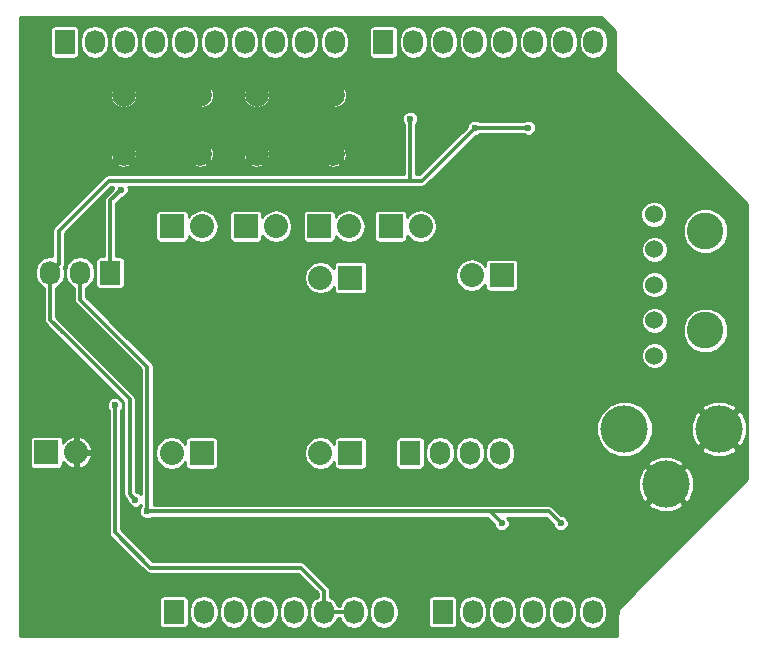
<source format=gbl>
G04 #@! TF.FileFunction,Copper,L2,Bot,Signal*
%FSLAX46Y46*%
G04 Gerber Fmt 4.6, Leading zero omitted, Abs format (unit mm)*
G04 Created by KiCad (PCBNEW (2015-11-24 BZR 6329)-product) date Sun 10 Apr 2016 02:36:13 PM EDT*
%MOMM*%
G01*
G04 APERTURE LIST*
%ADD10C,0.100000*%
%ADD11C,2.000000*%
%ADD12C,3.100000*%
%ADD13C,1.524000*%
%ADD14C,4.000000*%
%ADD15R,1.727200X2.032000*%
%ADD16O,1.727200X2.032000*%
%ADD17R,2.032000X2.032000*%
%ADD18O,2.032000X2.032000*%
%ADD19C,0.600000*%
%ADD20C,0.300000*%
%ADD21C,0.254000*%
G04 APERTURE END LIST*
D10*
D11*
X134748000Y-85115000D03*
X134748000Y-80115000D03*
X141248000Y-85115000D03*
X141248000Y-80115000D03*
X145998000Y-85115000D03*
X145998000Y-80115000D03*
X152498000Y-85115000D03*
X152498000Y-80115000D03*
D12*
X183998000Y-91615000D03*
D13*
X179648000Y-90190000D03*
X179673000Y-93190000D03*
X179673000Y-96190000D03*
X179673000Y-99190000D03*
X179673000Y-102190000D03*
D12*
X183998000Y-100040000D03*
D14*
X177148000Y-108365000D03*
X185148000Y-108365000D03*
X180648000Y-113065000D03*
D15*
X156748000Y-75615000D03*
D16*
X159288000Y-75615000D03*
X161828000Y-75615000D03*
X164368000Y-75615000D03*
X166908000Y-75615000D03*
X169448000Y-75615000D03*
X171988000Y-75615000D03*
X174528000Y-75615000D03*
D15*
X129748000Y-75615000D03*
D16*
X132288000Y-75615000D03*
X134828000Y-75615000D03*
X137368000Y-75615000D03*
X139908000Y-75615000D03*
X142448000Y-75615000D03*
X144988000Y-75615000D03*
X147528000Y-75615000D03*
X150068000Y-75615000D03*
X152608000Y-75615000D03*
D17*
X128198000Y-110365000D03*
D18*
X130738000Y-110365000D03*
D15*
X161748000Y-123865000D03*
D16*
X164288000Y-123865000D03*
X166828000Y-123865000D03*
X169368000Y-123865000D03*
X171908000Y-123865000D03*
X174448000Y-123865000D03*
D15*
X138998000Y-123865000D03*
D16*
X141538000Y-123865000D03*
X144078000Y-123865000D03*
X146618000Y-123865000D03*
X149158000Y-123865000D03*
X151698000Y-123865000D03*
X154238000Y-123865000D03*
X156778000Y-123865000D03*
D17*
X151298000Y-91215000D03*
D18*
X153838000Y-91215000D03*
D17*
X153948000Y-95565000D03*
D18*
X151408000Y-95565000D03*
D15*
X158998000Y-110415000D03*
D16*
X161538000Y-110415000D03*
X164078000Y-110415000D03*
X166618000Y-110415000D03*
D17*
X145098000Y-91215000D03*
D18*
X147638000Y-91215000D03*
D17*
X153948000Y-110415000D03*
D18*
X151408000Y-110415000D03*
D17*
X157348000Y-91215000D03*
D18*
X159888000Y-91215000D03*
D17*
X166748000Y-95365000D03*
D18*
X164208000Y-95365000D03*
D15*
X133598000Y-95165000D03*
D16*
X131058000Y-95165000D03*
X128518000Y-95165000D03*
D17*
X138848000Y-91215000D03*
D18*
X141388000Y-91215000D03*
D17*
X141348000Y-110415000D03*
D18*
X138808000Y-110415000D03*
D19*
X134498000Y-88115000D03*
X133998000Y-106365000D03*
X136748000Y-115365000D03*
X171748000Y-116365000D03*
X166748000Y-116365000D03*
X164498000Y-82865000D03*
X168998000Y-82865000D03*
X135748000Y-114365000D03*
X158998000Y-82115000D03*
D20*
X133598000Y-89015000D02*
X133598000Y-95165000D01*
X134498000Y-88115000D02*
X133598000Y-89015000D01*
X154238000Y-123865000D02*
X151698000Y-123865000D01*
X151698000Y-122065000D02*
X149748000Y-120115000D01*
X149748000Y-120115000D02*
X136998000Y-120115000D01*
X136998000Y-120115000D02*
X133998000Y-117115000D01*
X133998000Y-117115000D02*
X133998000Y-106365000D01*
X151698000Y-123865000D02*
X151698000Y-122065000D01*
X171748000Y-116365000D02*
X170748000Y-115365000D01*
X165498000Y-115365000D02*
X136748000Y-115365000D01*
X170748000Y-115365000D02*
X165498000Y-115365000D01*
X166748000Y-116365000D02*
X165748000Y-115365000D01*
X165748000Y-115365000D02*
X165498000Y-115365000D01*
X136748000Y-103115000D02*
X131998000Y-98365000D01*
X131058000Y-97425000D02*
X131058000Y-95165000D01*
X131998000Y-98365000D02*
X131058000Y-97425000D01*
X136748000Y-115365000D02*
X136748000Y-103115000D01*
X129248000Y-91615000D02*
X129248000Y-94435000D01*
X133498000Y-87365000D02*
X129248000Y-91615000D01*
X158998000Y-87365000D02*
X133498000Y-87365000D01*
X159998000Y-87365000D02*
X158998000Y-87365000D01*
X164498000Y-82865000D02*
X159998000Y-87365000D01*
X129248000Y-94435000D02*
X128518000Y-95165000D01*
X168998000Y-82865000D02*
X164498000Y-82865000D01*
X135748000Y-114365000D02*
X135248000Y-113865000D01*
X135248000Y-113865000D02*
X135248000Y-106115000D01*
X129498000Y-100115000D02*
X129518000Y-100135000D01*
X135248000Y-105865000D02*
X129498000Y-100115000D01*
X135248000Y-106115000D02*
X135248000Y-105865000D01*
X128518000Y-99135000D02*
X128518000Y-95165000D01*
X129498000Y-100115000D02*
X128518000Y-99135000D01*
X158998000Y-82115000D02*
X158998000Y-87365000D01*
D21*
G36*
X176371000Y-74667606D02*
X176371000Y-78115000D01*
X176381006Y-78164410D01*
X176408197Y-78204803D01*
X187542000Y-89338606D01*
X187542000Y-112641394D01*
X176658197Y-123525197D01*
X176630334Y-123567211D01*
X176621000Y-123615000D01*
X176621000Y-123874213D01*
X176576711Y-123940496D01*
X176542000Y-124115000D01*
X176542000Y-125909000D01*
X125954000Y-125909000D01*
X125954000Y-122849000D01*
X137745936Y-122849000D01*
X137745936Y-124881000D01*
X137772503Y-125022190D01*
X137855946Y-125151865D01*
X137983266Y-125238859D01*
X138134400Y-125269464D01*
X139861600Y-125269464D01*
X140002790Y-125242897D01*
X140132465Y-125159454D01*
X140219459Y-125032134D01*
X140250064Y-124881000D01*
X140250064Y-123685231D01*
X140293400Y-123685231D01*
X140293400Y-124044769D01*
X140388140Y-124521057D01*
X140657935Y-124924834D01*
X141061712Y-125194629D01*
X141538000Y-125289369D01*
X142014288Y-125194629D01*
X142418065Y-124924834D01*
X142687860Y-124521057D01*
X142782600Y-124044769D01*
X142782600Y-123685231D01*
X142833400Y-123685231D01*
X142833400Y-124044769D01*
X142928140Y-124521057D01*
X143197935Y-124924834D01*
X143601712Y-125194629D01*
X144078000Y-125289369D01*
X144554288Y-125194629D01*
X144958065Y-124924834D01*
X145227860Y-124521057D01*
X145322600Y-124044769D01*
X145322600Y-123685231D01*
X145373400Y-123685231D01*
X145373400Y-124044769D01*
X145468140Y-124521057D01*
X145737935Y-124924834D01*
X146141712Y-125194629D01*
X146618000Y-125289369D01*
X147094288Y-125194629D01*
X147498065Y-124924834D01*
X147767860Y-124521057D01*
X147862600Y-124044769D01*
X147862600Y-123685231D01*
X147913400Y-123685231D01*
X147913400Y-124044769D01*
X148008140Y-124521057D01*
X148277935Y-124924834D01*
X148681712Y-125194629D01*
X149158000Y-125289369D01*
X149634288Y-125194629D01*
X150038065Y-124924834D01*
X150307860Y-124521057D01*
X150402600Y-124044769D01*
X150402600Y-123685231D01*
X150307860Y-123208943D01*
X150038065Y-122805166D01*
X149634288Y-122535371D01*
X149158000Y-122440631D01*
X148681712Y-122535371D01*
X148277935Y-122805166D01*
X148008140Y-123208943D01*
X147913400Y-123685231D01*
X147862600Y-123685231D01*
X147767860Y-123208943D01*
X147498065Y-122805166D01*
X147094288Y-122535371D01*
X146618000Y-122440631D01*
X146141712Y-122535371D01*
X145737935Y-122805166D01*
X145468140Y-123208943D01*
X145373400Y-123685231D01*
X145322600Y-123685231D01*
X145227860Y-123208943D01*
X144958065Y-122805166D01*
X144554288Y-122535371D01*
X144078000Y-122440631D01*
X143601712Y-122535371D01*
X143197935Y-122805166D01*
X142928140Y-123208943D01*
X142833400Y-123685231D01*
X142782600Y-123685231D01*
X142687860Y-123208943D01*
X142418065Y-122805166D01*
X142014288Y-122535371D01*
X141538000Y-122440631D01*
X141061712Y-122535371D01*
X140657935Y-122805166D01*
X140388140Y-123208943D01*
X140293400Y-123685231D01*
X140250064Y-123685231D01*
X140250064Y-122849000D01*
X140223497Y-122707810D01*
X140140054Y-122578135D01*
X140012734Y-122491141D01*
X139861600Y-122460536D01*
X138134400Y-122460536D01*
X137993210Y-122487103D01*
X137863535Y-122570546D01*
X137776541Y-122697866D01*
X137745936Y-122849000D01*
X125954000Y-122849000D01*
X125954000Y-109349000D01*
X126793536Y-109349000D01*
X126793536Y-111381000D01*
X126820103Y-111522190D01*
X126903546Y-111651865D01*
X127030866Y-111738859D01*
X127182000Y-111769464D01*
X129214000Y-111769464D01*
X129355190Y-111742897D01*
X129484865Y-111659454D01*
X129571859Y-111532134D01*
X129602464Y-111381000D01*
X129602464Y-111167279D01*
X129618142Y-111200199D01*
X130023003Y-111565174D01*
X130394930Y-111719220D01*
X130611000Y-111660540D01*
X130611000Y-110492000D01*
X130865000Y-110492000D01*
X130865000Y-111660540D01*
X131081070Y-111719220D01*
X131452997Y-111565174D01*
X131857858Y-111200199D01*
X132092231Y-110708072D01*
X132033976Y-110492000D01*
X130865000Y-110492000D01*
X130611000Y-110492000D01*
X130591000Y-110492000D01*
X130591000Y-110238000D01*
X130611000Y-110238000D01*
X130611000Y-109069460D01*
X130865000Y-109069460D01*
X130865000Y-110238000D01*
X132033976Y-110238000D01*
X132092231Y-110021928D01*
X131857858Y-109529801D01*
X131452997Y-109164826D01*
X131081070Y-109010780D01*
X130865000Y-109069460D01*
X130611000Y-109069460D01*
X130394930Y-109010780D01*
X130023003Y-109164826D01*
X129618142Y-109529801D01*
X129602464Y-109562721D01*
X129602464Y-109349000D01*
X129575897Y-109207810D01*
X129492454Y-109078135D01*
X129365134Y-108991141D01*
X129214000Y-108960536D01*
X127182000Y-108960536D01*
X127040810Y-108987103D01*
X126911135Y-109070546D01*
X126824141Y-109197866D01*
X126793536Y-109349000D01*
X125954000Y-109349000D01*
X125954000Y-106499865D01*
X133316882Y-106499865D01*
X133420339Y-106750252D01*
X133467000Y-106796994D01*
X133467000Y-117115000D01*
X133507420Y-117318205D01*
X133622526Y-117490474D01*
X136622524Y-120490471D01*
X136622526Y-120490474D01*
X136794795Y-120605580D01*
X136998000Y-120646001D01*
X136998005Y-120646000D01*
X149528052Y-120646000D01*
X151167000Y-122284947D01*
X151167000Y-122571928D01*
X150817935Y-122805166D01*
X150548140Y-123208943D01*
X150453400Y-123685231D01*
X150453400Y-124044769D01*
X150548140Y-124521057D01*
X150817935Y-124924834D01*
X151221712Y-125194629D01*
X151698000Y-125289369D01*
X152174288Y-125194629D01*
X152578065Y-124924834D01*
X152847860Y-124521057D01*
X152872735Y-124396000D01*
X153063265Y-124396000D01*
X153088140Y-124521057D01*
X153357935Y-124924834D01*
X153761712Y-125194629D01*
X154238000Y-125289369D01*
X154714288Y-125194629D01*
X155118065Y-124924834D01*
X155387860Y-124521057D01*
X155482600Y-124044769D01*
X155482600Y-123685231D01*
X155533400Y-123685231D01*
X155533400Y-124044769D01*
X155628140Y-124521057D01*
X155897935Y-124924834D01*
X156301712Y-125194629D01*
X156778000Y-125289369D01*
X157254288Y-125194629D01*
X157658065Y-124924834D01*
X157927860Y-124521057D01*
X158022600Y-124044769D01*
X158022600Y-123685231D01*
X157927860Y-123208943D01*
X157687354Y-122849000D01*
X160495936Y-122849000D01*
X160495936Y-124881000D01*
X160522503Y-125022190D01*
X160605946Y-125151865D01*
X160733266Y-125238859D01*
X160884400Y-125269464D01*
X162611600Y-125269464D01*
X162752790Y-125242897D01*
X162882465Y-125159454D01*
X162969459Y-125032134D01*
X163000064Y-124881000D01*
X163000064Y-123685231D01*
X163043400Y-123685231D01*
X163043400Y-124044769D01*
X163138140Y-124521057D01*
X163407935Y-124924834D01*
X163811712Y-125194629D01*
X164288000Y-125289369D01*
X164764288Y-125194629D01*
X165168065Y-124924834D01*
X165437860Y-124521057D01*
X165532600Y-124044769D01*
X165532600Y-123685231D01*
X165583400Y-123685231D01*
X165583400Y-124044769D01*
X165678140Y-124521057D01*
X165947935Y-124924834D01*
X166351712Y-125194629D01*
X166828000Y-125289369D01*
X167304288Y-125194629D01*
X167708065Y-124924834D01*
X167977860Y-124521057D01*
X168072600Y-124044769D01*
X168072600Y-123685231D01*
X168123400Y-123685231D01*
X168123400Y-124044769D01*
X168218140Y-124521057D01*
X168487935Y-124924834D01*
X168891712Y-125194629D01*
X169368000Y-125289369D01*
X169844288Y-125194629D01*
X170248065Y-124924834D01*
X170517860Y-124521057D01*
X170612600Y-124044769D01*
X170612600Y-123685231D01*
X170663400Y-123685231D01*
X170663400Y-124044769D01*
X170758140Y-124521057D01*
X171027935Y-124924834D01*
X171431712Y-125194629D01*
X171908000Y-125289369D01*
X172384288Y-125194629D01*
X172788065Y-124924834D01*
X173057860Y-124521057D01*
X173152600Y-124044769D01*
X173152600Y-123685231D01*
X173203400Y-123685231D01*
X173203400Y-124044769D01*
X173298140Y-124521057D01*
X173567935Y-124924834D01*
X173971712Y-125194629D01*
X174448000Y-125289369D01*
X174924288Y-125194629D01*
X175328065Y-124924834D01*
X175597860Y-124521057D01*
X175692600Y-124044769D01*
X175692600Y-123685231D01*
X175597860Y-123208943D01*
X175328065Y-122805166D01*
X174924288Y-122535371D01*
X174448000Y-122440631D01*
X173971712Y-122535371D01*
X173567935Y-122805166D01*
X173298140Y-123208943D01*
X173203400Y-123685231D01*
X173152600Y-123685231D01*
X173057860Y-123208943D01*
X172788065Y-122805166D01*
X172384288Y-122535371D01*
X171908000Y-122440631D01*
X171431712Y-122535371D01*
X171027935Y-122805166D01*
X170758140Y-123208943D01*
X170663400Y-123685231D01*
X170612600Y-123685231D01*
X170517860Y-123208943D01*
X170248065Y-122805166D01*
X169844288Y-122535371D01*
X169368000Y-122440631D01*
X168891712Y-122535371D01*
X168487935Y-122805166D01*
X168218140Y-123208943D01*
X168123400Y-123685231D01*
X168072600Y-123685231D01*
X167977860Y-123208943D01*
X167708065Y-122805166D01*
X167304288Y-122535371D01*
X166828000Y-122440631D01*
X166351712Y-122535371D01*
X165947935Y-122805166D01*
X165678140Y-123208943D01*
X165583400Y-123685231D01*
X165532600Y-123685231D01*
X165437860Y-123208943D01*
X165168065Y-122805166D01*
X164764288Y-122535371D01*
X164288000Y-122440631D01*
X163811712Y-122535371D01*
X163407935Y-122805166D01*
X163138140Y-123208943D01*
X163043400Y-123685231D01*
X163000064Y-123685231D01*
X163000064Y-122849000D01*
X162973497Y-122707810D01*
X162890054Y-122578135D01*
X162762734Y-122491141D01*
X162611600Y-122460536D01*
X160884400Y-122460536D01*
X160743210Y-122487103D01*
X160613535Y-122570546D01*
X160526541Y-122697866D01*
X160495936Y-122849000D01*
X157687354Y-122849000D01*
X157658065Y-122805166D01*
X157254288Y-122535371D01*
X156778000Y-122440631D01*
X156301712Y-122535371D01*
X155897935Y-122805166D01*
X155628140Y-123208943D01*
X155533400Y-123685231D01*
X155482600Y-123685231D01*
X155387860Y-123208943D01*
X155118065Y-122805166D01*
X154714288Y-122535371D01*
X154238000Y-122440631D01*
X153761712Y-122535371D01*
X153357935Y-122805166D01*
X153088140Y-123208943D01*
X153063265Y-123334000D01*
X152872735Y-123334000D01*
X152847860Y-123208943D01*
X152578065Y-122805166D01*
X152229000Y-122571928D01*
X152229000Y-122065000D01*
X152188580Y-121861795D01*
X152073474Y-121689526D01*
X152073471Y-121689524D01*
X150123474Y-119739526D01*
X149951205Y-119624420D01*
X149748000Y-119584000D01*
X137217947Y-119584000D01*
X134529000Y-116895052D01*
X134529000Y-106797166D01*
X134574987Y-106751259D01*
X134678882Y-106501054D01*
X134679118Y-106230135D01*
X134575661Y-105979748D01*
X134384259Y-105788013D01*
X134134054Y-105684118D01*
X133863135Y-105683882D01*
X133612748Y-105787339D01*
X133421013Y-105978741D01*
X133317118Y-106228946D01*
X133316882Y-106499865D01*
X125954000Y-106499865D01*
X125954000Y-94985231D01*
X127273400Y-94985231D01*
X127273400Y-95344769D01*
X127368140Y-95821057D01*
X127637935Y-96224834D01*
X127987000Y-96458072D01*
X127987000Y-99135000D01*
X128027420Y-99338205D01*
X128142526Y-99510474D01*
X129122524Y-100490471D01*
X129122526Y-100490474D01*
X134717000Y-106084948D01*
X134717000Y-113865000D01*
X134757420Y-114068205D01*
X134872526Y-114240474D01*
X135066939Y-114434887D01*
X135066882Y-114499865D01*
X135170339Y-114750252D01*
X135361741Y-114941987D01*
X135611946Y-115045882D01*
X135882865Y-115046118D01*
X136133252Y-114942661D01*
X136217000Y-114859058D01*
X136217000Y-114932834D01*
X136171013Y-114978741D01*
X136067118Y-115228946D01*
X136066882Y-115499865D01*
X136170339Y-115750252D01*
X136361741Y-115941987D01*
X136611946Y-116045882D01*
X136882865Y-116046118D01*
X137133252Y-115942661D01*
X137179994Y-115896000D01*
X165528052Y-115896000D01*
X166066939Y-116434886D01*
X166066882Y-116499865D01*
X166170339Y-116750252D01*
X166361741Y-116941987D01*
X166611946Y-117045882D01*
X166882865Y-117046118D01*
X167133252Y-116942661D01*
X167324987Y-116751259D01*
X167428882Y-116501054D01*
X167429118Y-116230135D01*
X167325661Y-115979748D01*
X167242058Y-115896000D01*
X170528052Y-115896000D01*
X171066939Y-116434886D01*
X171066882Y-116499865D01*
X171170339Y-116750252D01*
X171361741Y-116941987D01*
X171611946Y-117045882D01*
X171882865Y-117046118D01*
X172133252Y-116942661D01*
X172324987Y-116751259D01*
X172428882Y-116501054D01*
X172429118Y-116230135D01*
X172325661Y-115979748D01*
X172134259Y-115788013D01*
X171884054Y-115684118D01*
X171818008Y-115684060D01*
X171123474Y-114989526D01*
X170951205Y-114874420D01*
X170748000Y-114834000D01*
X137279000Y-114834000D01*
X137279000Y-114801610D01*
X179090995Y-114801610D01*
X179325764Y-115100967D01*
X180205543Y-115451986D01*
X181152683Y-115439609D01*
X181970236Y-115100967D01*
X182205005Y-114801610D01*
X180648000Y-113244605D01*
X179090995Y-114801610D01*
X137279000Y-114801610D01*
X137279000Y-112622543D01*
X178261014Y-112622543D01*
X178273391Y-113569683D01*
X178612033Y-114387236D01*
X178911390Y-114622005D01*
X180468395Y-113065000D01*
X180827605Y-113065000D01*
X182384610Y-114622005D01*
X182683967Y-114387236D01*
X183034986Y-113507457D01*
X183022609Y-112560317D01*
X182683967Y-111742764D01*
X182384610Y-111507995D01*
X180827605Y-113065000D01*
X180468395Y-113065000D01*
X178911390Y-111507995D01*
X178612033Y-111742764D01*
X178261014Y-112622543D01*
X137279000Y-112622543D01*
X137279000Y-110387631D01*
X137411000Y-110387631D01*
X137411000Y-110442369D01*
X137517340Y-110976978D01*
X137820172Y-111430197D01*
X138273391Y-111733029D01*
X138808000Y-111839369D01*
X139342609Y-111733029D01*
X139795828Y-111430197D01*
X139943536Y-111209137D01*
X139943536Y-111431000D01*
X139970103Y-111572190D01*
X140053546Y-111701865D01*
X140180866Y-111788859D01*
X140332000Y-111819464D01*
X142364000Y-111819464D01*
X142505190Y-111792897D01*
X142634865Y-111709454D01*
X142721859Y-111582134D01*
X142752464Y-111431000D01*
X142752464Y-110387631D01*
X150011000Y-110387631D01*
X150011000Y-110442369D01*
X150117340Y-110976978D01*
X150420172Y-111430197D01*
X150873391Y-111733029D01*
X151408000Y-111839369D01*
X151942609Y-111733029D01*
X152395828Y-111430197D01*
X152543536Y-111209137D01*
X152543536Y-111431000D01*
X152570103Y-111572190D01*
X152653546Y-111701865D01*
X152780866Y-111788859D01*
X152932000Y-111819464D01*
X154964000Y-111819464D01*
X155105190Y-111792897D01*
X155234865Y-111709454D01*
X155321859Y-111582134D01*
X155352464Y-111431000D01*
X155352464Y-109399000D01*
X157745936Y-109399000D01*
X157745936Y-111431000D01*
X157772503Y-111572190D01*
X157855946Y-111701865D01*
X157983266Y-111788859D01*
X158134400Y-111819464D01*
X159861600Y-111819464D01*
X160002790Y-111792897D01*
X160132465Y-111709454D01*
X160219459Y-111582134D01*
X160250064Y-111431000D01*
X160250064Y-110235231D01*
X160293400Y-110235231D01*
X160293400Y-110594769D01*
X160388140Y-111071057D01*
X160657935Y-111474834D01*
X161061712Y-111744629D01*
X161538000Y-111839369D01*
X162014288Y-111744629D01*
X162418065Y-111474834D01*
X162687860Y-111071057D01*
X162782600Y-110594769D01*
X162782600Y-110235231D01*
X162833400Y-110235231D01*
X162833400Y-110594769D01*
X162928140Y-111071057D01*
X163197935Y-111474834D01*
X163601712Y-111744629D01*
X164078000Y-111839369D01*
X164554288Y-111744629D01*
X164958065Y-111474834D01*
X165227860Y-111071057D01*
X165322600Y-110594769D01*
X165322600Y-110235231D01*
X165373400Y-110235231D01*
X165373400Y-110594769D01*
X165468140Y-111071057D01*
X165737935Y-111474834D01*
X166141712Y-111744629D01*
X166618000Y-111839369D01*
X167094288Y-111744629D01*
X167498065Y-111474834D01*
X167595915Y-111328390D01*
X179090995Y-111328390D01*
X180648000Y-112885395D01*
X182205005Y-111328390D01*
X181970236Y-111029033D01*
X181090457Y-110678014D01*
X180143317Y-110690391D01*
X179325764Y-111029033D01*
X179090995Y-111328390D01*
X167595915Y-111328390D01*
X167767860Y-111071057D01*
X167862600Y-110594769D01*
X167862600Y-110235231D01*
X167767860Y-109758943D01*
X167498065Y-109355166D01*
X167094288Y-109085371D01*
X166618000Y-108990631D01*
X166141712Y-109085371D01*
X165737935Y-109355166D01*
X165468140Y-109758943D01*
X165373400Y-110235231D01*
X165322600Y-110235231D01*
X165227860Y-109758943D01*
X164958065Y-109355166D01*
X164554288Y-109085371D01*
X164078000Y-108990631D01*
X163601712Y-109085371D01*
X163197935Y-109355166D01*
X162928140Y-109758943D01*
X162833400Y-110235231D01*
X162782600Y-110235231D01*
X162687860Y-109758943D01*
X162418065Y-109355166D01*
X162014288Y-109085371D01*
X161538000Y-108990631D01*
X161061712Y-109085371D01*
X160657935Y-109355166D01*
X160388140Y-109758943D01*
X160293400Y-110235231D01*
X160250064Y-110235231D01*
X160250064Y-109399000D01*
X160223497Y-109257810D01*
X160140054Y-109128135D01*
X160012734Y-109041141D01*
X159861600Y-109010536D01*
X158134400Y-109010536D01*
X157993210Y-109037103D01*
X157863535Y-109120546D01*
X157776541Y-109247866D01*
X157745936Y-109399000D01*
X155352464Y-109399000D01*
X155325897Y-109257810D01*
X155242454Y-109128135D01*
X155115134Y-109041141D01*
X154964000Y-109010536D01*
X152932000Y-109010536D01*
X152790810Y-109037103D01*
X152661135Y-109120546D01*
X152574141Y-109247866D01*
X152543536Y-109399000D01*
X152543536Y-109620863D01*
X152395828Y-109399803D01*
X151942609Y-109096971D01*
X151408000Y-108990631D01*
X150873391Y-109096971D01*
X150420172Y-109399803D01*
X150117340Y-109853022D01*
X150011000Y-110387631D01*
X142752464Y-110387631D01*
X142752464Y-109399000D01*
X142725897Y-109257810D01*
X142642454Y-109128135D01*
X142515134Y-109041141D01*
X142364000Y-109010536D01*
X140332000Y-109010536D01*
X140190810Y-109037103D01*
X140061135Y-109120546D01*
X139974141Y-109247866D01*
X139943536Y-109399000D01*
X139943536Y-109620863D01*
X139795828Y-109399803D01*
X139342609Y-109096971D01*
X138808000Y-108990631D01*
X138273391Y-109096971D01*
X137820172Y-109399803D01*
X137517340Y-109853022D01*
X137411000Y-110387631D01*
X137279000Y-110387631D01*
X137279000Y-108836532D01*
X174766587Y-108836532D01*
X175128309Y-109711966D01*
X175797511Y-110382337D01*
X176672312Y-110745586D01*
X177619532Y-110746413D01*
X178494966Y-110384691D01*
X178778541Y-110101610D01*
X183590995Y-110101610D01*
X183825764Y-110400967D01*
X184705543Y-110751986D01*
X185652683Y-110739609D01*
X186470236Y-110400967D01*
X186705005Y-110101610D01*
X185148000Y-108544605D01*
X183590995Y-110101610D01*
X178778541Y-110101610D01*
X179165337Y-109715489D01*
X179528586Y-108840688D01*
X179529387Y-107922543D01*
X182761014Y-107922543D01*
X182773391Y-108869683D01*
X183112033Y-109687236D01*
X183411390Y-109922005D01*
X184968395Y-108365000D01*
X185327605Y-108365000D01*
X186884610Y-109922005D01*
X187183967Y-109687236D01*
X187534986Y-108807457D01*
X187522609Y-107860317D01*
X187183967Y-107042764D01*
X186884610Y-106807995D01*
X185327605Y-108365000D01*
X184968395Y-108365000D01*
X183411390Y-106807995D01*
X183112033Y-107042764D01*
X182761014Y-107922543D01*
X179529387Y-107922543D01*
X179529413Y-107893468D01*
X179167691Y-107018034D01*
X178778727Y-106628390D01*
X183590995Y-106628390D01*
X185148000Y-108185395D01*
X186705005Y-106628390D01*
X186470236Y-106329033D01*
X185590457Y-105978014D01*
X184643317Y-105990391D01*
X183825764Y-106329033D01*
X183590995Y-106628390D01*
X178778727Y-106628390D01*
X178498489Y-106347663D01*
X177623688Y-105984414D01*
X176676468Y-105983587D01*
X175801034Y-106345309D01*
X175130663Y-107014511D01*
X174767414Y-107889312D01*
X174766587Y-108836532D01*
X137279000Y-108836532D01*
X137279000Y-103115000D01*
X137238580Y-102911795D01*
X137123474Y-102739526D01*
X137123471Y-102739524D01*
X136800307Y-102416359D01*
X178529802Y-102416359D01*
X178703446Y-102836612D01*
X179024697Y-103158423D01*
X179444646Y-103332801D01*
X179899359Y-103333198D01*
X180319612Y-103159554D01*
X180641423Y-102838303D01*
X180815801Y-102418354D01*
X180816198Y-101963641D01*
X180642554Y-101543388D01*
X180321303Y-101221577D01*
X179901354Y-101047199D01*
X179446641Y-101046802D01*
X179026388Y-101220446D01*
X178704577Y-101541697D01*
X178530199Y-101961646D01*
X178529802Y-102416359D01*
X136800307Y-102416359D01*
X134806363Y-100422415D01*
X182066665Y-100422415D01*
X182360023Y-101132395D01*
X182902748Y-101676068D01*
X183612215Y-101970665D01*
X184380415Y-101971335D01*
X185090395Y-101677977D01*
X185634068Y-101135252D01*
X185928665Y-100425785D01*
X185929335Y-99657585D01*
X185635977Y-98947605D01*
X185093252Y-98403932D01*
X184383785Y-98109335D01*
X183615585Y-98108665D01*
X182905605Y-98402023D01*
X182361932Y-98944748D01*
X182067335Y-99654215D01*
X182066665Y-100422415D01*
X134806363Y-100422415D01*
X133800307Y-99416359D01*
X178529802Y-99416359D01*
X178703446Y-99836612D01*
X179024697Y-100158423D01*
X179444646Y-100332801D01*
X179899359Y-100333198D01*
X180319612Y-100159554D01*
X180641423Y-99838303D01*
X180815801Y-99418354D01*
X180816198Y-98963641D01*
X180642554Y-98543388D01*
X180321303Y-98221577D01*
X179901354Y-98047199D01*
X179446641Y-98046802D01*
X179026388Y-98220446D01*
X178704577Y-98541697D01*
X178530199Y-98961646D01*
X178529802Y-99416359D01*
X133800307Y-99416359D01*
X132373474Y-97989526D01*
X131589000Y-97205052D01*
X131589000Y-96458072D01*
X131938065Y-96224834D01*
X132207860Y-95821057D01*
X132302600Y-95344769D01*
X132302600Y-94985231D01*
X132207860Y-94508943D01*
X131938065Y-94105166D01*
X131534288Y-93835371D01*
X131058000Y-93740631D01*
X130581712Y-93835371D01*
X130177935Y-94105166D01*
X129908140Y-94508943D01*
X129813400Y-94985231D01*
X129813400Y-95344769D01*
X129908140Y-95821057D01*
X130177935Y-96224834D01*
X130527000Y-96458072D01*
X130527000Y-97425000D01*
X130567420Y-97628205D01*
X130682526Y-97800474D01*
X131622526Y-98740474D01*
X136217000Y-103334947D01*
X136217000Y-113870898D01*
X136134259Y-113788013D01*
X135884054Y-113684118D01*
X135818008Y-113684060D01*
X135779000Y-113645052D01*
X135779000Y-105865000D01*
X135738580Y-105661795D01*
X135623474Y-105489526D01*
X129873474Y-99739526D01*
X129873471Y-99739524D01*
X129049000Y-98915052D01*
X129049000Y-96458072D01*
X129398065Y-96224834D01*
X129667860Y-95821057D01*
X129762600Y-95344769D01*
X129762600Y-94985231D01*
X129703897Y-94690112D01*
X129738580Y-94638205D01*
X129779000Y-94435000D01*
X129779000Y-91834948D01*
X133717947Y-87896000D01*
X133851560Y-87896000D01*
X133817118Y-87978946D01*
X133817060Y-88044992D01*
X133222526Y-88639526D01*
X133107420Y-88811795D01*
X133067000Y-89015000D01*
X133067000Y-93760536D01*
X132734400Y-93760536D01*
X132593210Y-93787103D01*
X132463535Y-93870546D01*
X132376541Y-93997866D01*
X132345936Y-94149000D01*
X132345936Y-96181000D01*
X132372503Y-96322190D01*
X132455946Y-96451865D01*
X132583266Y-96538859D01*
X132734400Y-96569464D01*
X134461600Y-96569464D01*
X134602790Y-96542897D01*
X134732465Y-96459454D01*
X134819459Y-96332134D01*
X134850064Y-96181000D01*
X134850064Y-95537631D01*
X150011000Y-95537631D01*
X150011000Y-95592369D01*
X150117340Y-96126978D01*
X150420172Y-96580197D01*
X150873391Y-96883029D01*
X151408000Y-96989369D01*
X151942609Y-96883029D01*
X152395828Y-96580197D01*
X152543536Y-96359137D01*
X152543536Y-96581000D01*
X152570103Y-96722190D01*
X152653546Y-96851865D01*
X152780866Y-96938859D01*
X152932000Y-96969464D01*
X154964000Y-96969464D01*
X155105190Y-96942897D01*
X155234865Y-96859454D01*
X155321859Y-96732134D01*
X155352464Y-96581000D01*
X155352464Y-95337631D01*
X162811000Y-95337631D01*
X162811000Y-95392369D01*
X162917340Y-95926978D01*
X163220172Y-96380197D01*
X163673391Y-96683029D01*
X164208000Y-96789369D01*
X164742609Y-96683029D01*
X165195828Y-96380197D01*
X165343536Y-96159137D01*
X165343536Y-96381000D01*
X165370103Y-96522190D01*
X165453546Y-96651865D01*
X165580866Y-96738859D01*
X165732000Y-96769464D01*
X167764000Y-96769464D01*
X167905190Y-96742897D01*
X168034865Y-96659454D01*
X168121859Y-96532134D01*
X168145303Y-96416359D01*
X178529802Y-96416359D01*
X178703446Y-96836612D01*
X179024697Y-97158423D01*
X179444646Y-97332801D01*
X179899359Y-97333198D01*
X180319612Y-97159554D01*
X180641423Y-96838303D01*
X180815801Y-96418354D01*
X180816198Y-95963641D01*
X180642554Y-95543388D01*
X180321303Y-95221577D01*
X179901354Y-95047199D01*
X179446641Y-95046802D01*
X179026388Y-95220446D01*
X178704577Y-95541697D01*
X178530199Y-95961646D01*
X178529802Y-96416359D01*
X168145303Y-96416359D01*
X168152464Y-96381000D01*
X168152464Y-94349000D01*
X168125897Y-94207810D01*
X168042454Y-94078135D01*
X167915134Y-93991141D01*
X167764000Y-93960536D01*
X165732000Y-93960536D01*
X165590810Y-93987103D01*
X165461135Y-94070546D01*
X165374141Y-94197866D01*
X165343536Y-94349000D01*
X165343536Y-94570863D01*
X165195828Y-94349803D01*
X164742609Y-94046971D01*
X164208000Y-93940631D01*
X163673391Y-94046971D01*
X163220172Y-94349803D01*
X162917340Y-94803022D01*
X162811000Y-95337631D01*
X155352464Y-95337631D01*
X155352464Y-94549000D01*
X155325897Y-94407810D01*
X155242454Y-94278135D01*
X155115134Y-94191141D01*
X154964000Y-94160536D01*
X152932000Y-94160536D01*
X152790810Y-94187103D01*
X152661135Y-94270546D01*
X152574141Y-94397866D01*
X152543536Y-94549000D01*
X152543536Y-94770863D01*
X152395828Y-94549803D01*
X151942609Y-94246971D01*
X151408000Y-94140631D01*
X150873391Y-94246971D01*
X150420172Y-94549803D01*
X150117340Y-95003022D01*
X150011000Y-95537631D01*
X134850064Y-95537631D01*
X134850064Y-94149000D01*
X134823497Y-94007810D01*
X134740054Y-93878135D01*
X134612734Y-93791141D01*
X134461600Y-93760536D01*
X134129000Y-93760536D01*
X134129000Y-93416359D01*
X178529802Y-93416359D01*
X178703446Y-93836612D01*
X179024697Y-94158423D01*
X179444646Y-94332801D01*
X179899359Y-94333198D01*
X180319612Y-94159554D01*
X180641423Y-93838303D01*
X180815801Y-93418354D01*
X180816198Y-92963641D01*
X180642554Y-92543388D01*
X180321303Y-92221577D01*
X179901354Y-92047199D01*
X179446641Y-92046802D01*
X179026388Y-92220446D01*
X178704577Y-92541697D01*
X178530199Y-92961646D01*
X178529802Y-93416359D01*
X134129000Y-93416359D01*
X134129000Y-90199000D01*
X137443536Y-90199000D01*
X137443536Y-92231000D01*
X137470103Y-92372190D01*
X137553546Y-92501865D01*
X137680866Y-92588859D01*
X137832000Y-92619464D01*
X139864000Y-92619464D01*
X140005190Y-92592897D01*
X140134865Y-92509454D01*
X140221859Y-92382134D01*
X140252464Y-92231000D01*
X140252464Y-92009137D01*
X140400172Y-92230197D01*
X140853391Y-92533029D01*
X141388000Y-92639369D01*
X141922609Y-92533029D01*
X142375828Y-92230197D01*
X142678660Y-91776978D01*
X142785000Y-91242369D01*
X142785000Y-91187631D01*
X142678660Y-90653022D01*
X142375828Y-90199803D01*
X142374627Y-90199000D01*
X143693536Y-90199000D01*
X143693536Y-92231000D01*
X143720103Y-92372190D01*
X143803546Y-92501865D01*
X143930866Y-92588859D01*
X144082000Y-92619464D01*
X146114000Y-92619464D01*
X146255190Y-92592897D01*
X146384865Y-92509454D01*
X146471859Y-92382134D01*
X146502464Y-92231000D01*
X146502464Y-92009137D01*
X146650172Y-92230197D01*
X147103391Y-92533029D01*
X147638000Y-92639369D01*
X148172609Y-92533029D01*
X148625828Y-92230197D01*
X148928660Y-91776978D01*
X149035000Y-91242369D01*
X149035000Y-91187631D01*
X148928660Y-90653022D01*
X148625828Y-90199803D01*
X148624627Y-90199000D01*
X149893536Y-90199000D01*
X149893536Y-92231000D01*
X149920103Y-92372190D01*
X150003546Y-92501865D01*
X150130866Y-92588859D01*
X150282000Y-92619464D01*
X152314000Y-92619464D01*
X152455190Y-92592897D01*
X152584865Y-92509454D01*
X152671859Y-92382134D01*
X152702464Y-92231000D01*
X152702464Y-92009137D01*
X152850172Y-92230197D01*
X153303391Y-92533029D01*
X153838000Y-92639369D01*
X154372609Y-92533029D01*
X154825828Y-92230197D01*
X155128660Y-91776978D01*
X155235000Y-91242369D01*
X155235000Y-91187631D01*
X155128660Y-90653022D01*
X154825828Y-90199803D01*
X154824627Y-90199000D01*
X155943536Y-90199000D01*
X155943536Y-92231000D01*
X155970103Y-92372190D01*
X156053546Y-92501865D01*
X156180866Y-92588859D01*
X156332000Y-92619464D01*
X158364000Y-92619464D01*
X158505190Y-92592897D01*
X158634865Y-92509454D01*
X158721859Y-92382134D01*
X158752464Y-92231000D01*
X158752464Y-92009137D01*
X158900172Y-92230197D01*
X159353391Y-92533029D01*
X159888000Y-92639369D01*
X160422609Y-92533029D01*
X160875828Y-92230197D01*
X161031368Y-91997415D01*
X182066665Y-91997415D01*
X182360023Y-92707395D01*
X182902748Y-93251068D01*
X183612215Y-93545665D01*
X184380415Y-93546335D01*
X185090395Y-93252977D01*
X185634068Y-92710252D01*
X185928665Y-92000785D01*
X185929335Y-91232585D01*
X185635977Y-90522605D01*
X185093252Y-89978932D01*
X184383785Y-89684335D01*
X183615585Y-89683665D01*
X182905605Y-89977023D01*
X182361932Y-90519748D01*
X182067335Y-91229215D01*
X182066665Y-91997415D01*
X161031368Y-91997415D01*
X161178660Y-91776978D01*
X161285000Y-91242369D01*
X161285000Y-91187631D01*
X161178660Y-90653022D01*
X161020527Y-90416359D01*
X178504802Y-90416359D01*
X178678446Y-90836612D01*
X178999697Y-91158423D01*
X179419646Y-91332801D01*
X179874359Y-91333198D01*
X180294612Y-91159554D01*
X180616423Y-90838303D01*
X180790801Y-90418354D01*
X180791198Y-89963641D01*
X180617554Y-89543388D01*
X180296303Y-89221577D01*
X179876354Y-89047199D01*
X179421641Y-89046802D01*
X179001388Y-89220446D01*
X178679577Y-89541697D01*
X178505199Y-89961646D01*
X178504802Y-90416359D01*
X161020527Y-90416359D01*
X160875828Y-90199803D01*
X160422609Y-89896971D01*
X159888000Y-89790631D01*
X159353391Y-89896971D01*
X158900172Y-90199803D01*
X158752464Y-90420863D01*
X158752464Y-90199000D01*
X158725897Y-90057810D01*
X158642454Y-89928135D01*
X158515134Y-89841141D01*
X158364000Y-89810536D01*
X156332000Y-89810536D01*
X156190810Y-89837103D01*
X156061135Y-89920546D01*
X155974141Y-90047866D01*
X155943536Y-90199000D01*
X154824627Y-90199000D01*
X154372609Y-89896971D01*
X153838000Y-89790631D01*
X153303391Y-89896971D01*
X152850172Y-90199803D01*
X152702464Y-90420863D01*
X152702464Y-90199000D01*
X152675897Y-90057810D01*
X152592454Y-89928135D01*
X152465134Y-89841141D01*
X152314000Y-89810536D01*
X150282000Y-89810536D01*
X150140810Y-89837103D01*
X150011135Y-89920546D01*
X149924141Y-90047866D01*
X149893536Y-90199000D01*
X148624627Y-90199000D01*
X148172609Y-89896971D01*
X147638000Y-89790631D01*
X147103391Y-89896971D01*
X146650172Y-90199803D01*
X146502464Y-90420863D01*
X146502464Y-90199000D01*
X146475897Y-90057810D01*
X146392454Y-89928135D01*
X146265134Y-89841141D01*
X146114000Y-89810536D01*
X144082000Y-89810536D01*
X143940810Y-89837103D01*
X143811135Y-89920546D01*
X143724141Y-90047866D01*
X143693536Y-90199000D01*
X142374627Y-90199000D01*
X141922609Y-89896971D01*
X141388000Y-89790631D01*
X140853391Y-89896971D01*
X140400172Y-90199803D01*
X140252464Y-90420863D01*
X140252464Y-90199000D01*
X140225897Y-90057810D01*
X140142454Y-89928135D01*
X140015134Y-89841141D01*
X139864000Y-89810536D01*
X137832000Y-89810536D01*
X137690810Y-89837103D01*
X137561135Y-89920546D01*
X137474141Y-90047866D01*
X137443536Y-90199000D01*
X134129000Y-90199000D01*
X134129000Y-89234948D01*
X134567887Y-88796061D01*
X134632865Y-88796118D01*
X134883252Y-88692661D01*
X135074987Y-88501259D01*
X135178882Y-88251054D01*
X135179118Y-87980135D01*
X135144354Y-87896000D01*
X159998000Y-87896000D01*
X160201205Y-87855580D01*
X160373474Y-87740474D01*
X164567887Y-83546061D01*
X164632865Y-83546118D01*
X164883252Y-83442661D01*
X164929994Y-83396000D01*
X168565834Y-83396000D01*
X168611741Y-83441987D01*
X168861946Y-83545882D01*
X169132865Y-83546118D01*
X169383252Y-83442661D01*
X169574987Y-83251259D01*
X169678882Y-83001054D01*
X169679118Y-82730135D01*
X169575661Y-82479748D01*
X169384259Y-82288013D01*
X169134054Y-82184118D01*
X168863135Y-82183882D01*
X168612748Y-82287339D01*
X168566006Y-82334000D01*
X164930166Y-82334000D01*
X164884259Y-82288013D01*
X164634054Y-82184118D01*
X164363135Y-82183882D01*
X164112748Y-82287339D01*
X163921013Y-82478741D01*
X163817118Y-82728946D01*
X163817060Y-82794992D01*
X159778052Y-86834000D01*
X159529000Y-86834000D01*
X159529000Y-82547166D01*
X159574987Y-82501259D01*
X159678882Y-82251054D01*
X159679118Y-81980135D01*
X159575661Y-81729748D01*
X159384259Y-81538013D01*
X159134054Y-81434118D01*
X158863135Y-81433882D01*
X158612748Y-81537339D01*
X158421013Y-81728741D01*
X158317118Y-81978946D01*
X158316882Y-82249865D01*
X158420339Y-82500252D01*
X158467000Y-82546994D01*
X158467000Y-86834000D01*
X133498005Y-86834000D01*
X133498000Y-86833999D01*
X133294795Y-86874420D01*
X133122526Y-86989526D01*
X133122524Y-86989529D01*
X128872526Y-91239526D01*
X128757420Y-91411795D01*
X128717000Y-91615000D01*
X128717000Y-93780215D01*
X128518000Y-93740631D01*
X128041712Y-93835371D01*
X127637935Y-94105166D01*
X127368140Y-94508943D01*
X127273400Y-94985231D01*
X125954000Y-94985231D01*
X125954000Y-85947446D01*
X134095159Y-85947446D01*
X134177059Y-86116898D01*
X134603930Y-86259123D01*
X135052733Y-86227164D01*
X135318941Y-86116898D01*
X135400841Y-85947446D01*
X140595159Y-85947446D01*
X140677059Y-86116898D01*
X141103930Y-86259123D01*
X141552733Y-86227164D01*
X141818941Y-86116898D01*
X141900841Y-85947446D01*
X145345159Y-85947446D01*
X145427059Y-86116898D01*
X145853930Y-86259123D01*
X146302733Y-86227164D01*
X146568941Y-86116898D01*
X146650841Y-85947446D01*
X151845159Y-85947446D01*
X151927059Y-86116898D01*
X152353930Y-86259123D01*
X152802733Y-86227164D01*
X153068941Y-86116898D01*
X153150841Y-85947446D01*
X152498000Y-85294605D01*
X151845159Y-85947446D01*
X146650841Y-85947446D01*
X145998000Y-85294605D01*
X145345159Y-85947446D01*
X141900841Y-85947446D01*
X141248000Y-85294605D01*
X140595159Y-85947446D01*
X135400841Y-85947446D01*
X134748000Y-85294605D01*
X134095159Y-85947446D01*
X125954000Y-85947446D01*
X125954000Y-84970930D01*
X133603877Y-84970930D01*
X133635836Y-85419733D01*
X133746102Y-85685941D01*
X133915554Y-85767841D01*
X134568395Y-85115000D01*
X134927605Y-85115000D01*
X135580446Y-85767841D01*
X135749898Y-85685941D01*
X135892123Y-85259070D01*
X135871605Y-84970930D01*
X140103877Y-84970930D01*
X140135836Y-85419733D01*
X140246102Y-85685941D01*
X140415554Y-85767841D01*
X141068395Y-85115000D01*
X141427605Y-85115000D01*
X142080446Y-85767841D01*
X142249898Y-85685941D01*
X142392123Y-85259070D01*
X142371605Y-84970930D01*
X144853877Y-84970930D01*
X144885836Y-85419733D01*
X144996102Y-85685941D01*
X145165554Y-85767841D01*
X145818395Y-85115000D01*
X146177605Y-85115000D01*
X146830446Y-85767841D01*
X146999898Y-85685941D01*
X147142123Y-85259070D01*
X147121605Y-84970930D01*
X151353877Y-84970930D01*
X151385836Y-85419733D01*
X151496102Y-85685941D01*
X151665554Y-85767841D01*
X152318395Y-85115000D01*
X152677605Y-85115000D01*
X153330446Y-85767841D01*
X153499898Y-85685941D01*
X153642123Y-85259070D01*
X153610164Y-84810267D01*
X153499898Y-84544059D01*
X153330446Y-84462159D01*
X152677605Y-85115000D01*
X152318395Y-85115000D01*
X151665554Y-84462159D01*
X151496102Y-84544059D01*
X151353877Y-84970930D01*
X147121605Y-84970930D01*
X147110164Y-84810267D01*
X146999898Y-84544059D01*
X146830446Y-84462159D01*
X146177605Y-85115000D01*
X145818395Y-85115000D01*
X145165554Y-84462159D01*
X144996102Y-84544059D01*
X144853877Y-84970930D01*
X142371605Y-84970930D01*
X142360164Y-84810267D01*
X142249898Y-84544059D01*
X142080446Y-84462159D01*
X141427605Y-85115000D01*
X141068395Y-85115000D01*
X140415554Y-84462159D01*
X140246102Y-84544059D01*
X140103877Y-84970930D01*
X135871605Y-84970930D01*
X135860164Y-84810267D01*
X135749898Y-84544059D01*
X135580446Y-84462159D01*
X134927605Y-85115000D01*
X134568395Y-85115000D01*
X133915554Y-84462159D01*
X133746102Y-84544059D01*
X133603877Y-84970930D01*
X125954000Y-84970930D01*
X125954000Y-84282554D01*
X134095159Y-84282554D01*
X134748000Y-84935395D01*
X135400841Y-84282554D01*
X140595159Y-84282554D01*
X141248000Y-84935395D01*
X141900841Y-84282554D01*
X145345159Y-84282554D01*
X145998000Y-84935395D01*
X146650841Y-84282554D01*
X151845159Y-84282554D01*
X152498000Y-84935395D01*
X153150841Y-84282554D01*
X153068941Y-84113102D01*
X152642070Y-83970877D01*
X152193267Y-84002836D01*
X151927059Y-84113102D01*
X151845159Y-84282554D01*
X146650841Y-84282554D01*
X146568941Y-84113102D01*
X146142070Y-83970877D01*
X145693267Y-84002836D01*
X145427059Y-84113102D01*
X145345159Y-84282554D01*
X141900841Y-84282554D01*
X141818941Y-84113102D01*
X141392070Y-83970877D01*
X140943267Y-84002836D01*
X140677059Y-84113102D01*
X140595159Y-84282554D01*
X135400841Y-84282554D01*
X135318941Y-84113102D01*
X134892070Y-83970877D01*
X134443267Y-84002836D01*
X134177059Y-84113102D01*
X134095159Y-84282554D01*
X125954000Y-84282554D01*
X125954000Y-80338983D01*
X133616804Y-80338983D01*
X133788625Y-80754823D01*
X134106503Y-81073256D01*
X134522043Y-81245804D01*
X134971983Y-81246196D01*
X135387823Y-81074375D01*
X135706256Y-80756497D01*
X135878804Y-80340957D01*
X135878805Y-80338983D01*
X140116804Y-80338983D01*
X140288625Y-80754823D01*
X140606503Y-81073256D01*
X141022043Y-81245804D01*
X141471983Y-81246196D01*
X141887823Y-81074375D01*
X142206256Y-80756497D01*
X142378804Y-80340957D01*
X142378805Y-80338983D01*
X144866804Y-80338983D01*
X145038625Y-80754823D01*
X145356503Y-81073256D01*
X145772043Y-81245804D01*
X146221983Y-81246196D01*
X146637823Y-81074375D01*
X146956256Y-80756497D01*
X147128804Y-80340957D01*
X147128805Y-80338983D01*
X151366804Y-80338983D01*
X151538625Y-80754823D01*
X151856503Y-81073256D01*
X152272043Y-81245804D01*
X152721983Y-81246196D01*
X153137823Y-81074375D01*
X153456256Y-80756497D01*
X153628804Y-80340957D01*
X153629196Y-79891017D01*
X153457375Y-79475177D01*
X153139497Y-79156744D01*
X152723957Y-78984196D01*
X152274017Y-78983804D01*
X151858177Y-79155625D01*
X151539744Y-79473503D01*
X151367196Y-79889043D01*
X151366804Y-80338983D01*
X147128805Y-80338983D01*
X147129196Y-79891017D01*
X146957375Y-79475177D01*
X146639497Y-79156744D01*
X146223957Y-78984196D01*
X145774017Y-78983804D01*
X145358177Y-79155625D01*
X145039744Y-79473503D01*
X144867196Y-79889043D01*
X144866804Y-80338983D01*
X142378805Y-80338983D01*
X142379196Y-79891017D01*
X142207375Y-79475177D01*
X141889497Y-79156744D01*
X141473957Y-78984196D01*
X141024017Y-78983804D01*
X140608177Y-79155625D01*
X140289744Y-79473503D01*
X140117196Y-79889043D01*
X140116804Y-80338983D01*
X135878805Y-80338983D01*
X135879196Y-79891017D01*
X135707375Y-79475177D01*
X135389497Y-79156744D01*
X134973957Y-78984196D01*
X134524017Y-78983804D01*
X134108177Y-79155625D01*
X133789744Y-79473503D01*
X133617196Y-79889043D01*
X133616804Y-80338983D01*
X125954000Y-80338983D01*
X125954000Y-74599000D01*
X128495936Y-74599000D01*
X128495936Y-76631000D01*
X128522503Y-76772190D01*
X128605946Y-76901865D01*
X128733266Y-76988859D01*
X128884400Y-77019464D01*
X130611600Y-77019464D01*
X130752790Y-76992897D01*
X130882465Y-76909454D01*
X130969459Y-76782134D01*
X131000064Y-76631000D01*
X131000064Y-75435231D01*
X131043400Y-75435231D01*
X131043400Y-75794769D01*
X131138140Y-76271057D01*
X131407935Y-76674834D01*
X131811712Y-76944629D01*
X132288000Y-77039369D01*
X132764288Y-76944629D01*
X133168065Y-76674834D01*
X133437860Y-76271057D01*
X133532600Y-75794769D01*
X133532600Y-75435231D01*
X133583400Y-75435231D01*
X133583400Y-75794769D01*
X133678140Y-76271057D01*
X133947935Y-76674834D01*
X134351712Y-76944629D01*
X134828000Y-77039369D01*
X135304288Y-76944629D01*
X135708065Y-76674834D01*
X135977860Y-76271057D01*
X136072600Y-75794769D01*
X136072600Y-75435231D01*
X136123400Y-75435231D01*
X136123400Y-75794769D01*
X136218140Y-76271057D01*
X136487935Y-76674834D01*
X136891712Y-76944629D01*
X137368000Y-77039369D01*
X137844288Y-76944629D01*
X138248065Y-76674834D01*
X138517860Y-76271057D01*
X138612600Y-75794769D01*
X138612600Y-75435231D01*
X138663400Y-75435231D01*
X138663400Y-75794769D01*
X138758140Y-76271057D01*
X139027935Y-76674834D01*
X139431712Y-76944629D01*
X139908000Y-77039369D01*
X140384288Y-76944629D01*
X140788065Y-76674834D01*
X141057860Y-76271057D01*
X141152600Y-75794769D01*
X141152600Y-75435231D01*
X141203400Y-75435231D01*
X141203400Y-75794769D01*
X141298140Y-76271057D01*
X141567935Y-76674834D01*
X141971712Y-76944629D01*
X142448000Y-77039369D01*
X142924288Y-76944629D01*
X143328065Y-76674834D01*
X143597860Y-76271057D01*
X143692600Y-75794769D01*
X143692600Y-75435231D01*
X143743400Y-75435231D01*
X143743400Y-75794769D01*
X143838140Y-76271057D01*
X144107935Y-76674834D01*
X144511712Y-76944629D01*
X144988000Y-77039369D01*
X145464288Y-76944629D01*
X145868065Y-76674834D01*
X146137860Y-76271057D01*
X146232600Y-75794769D01*
X146232600Y-75435231D01*
X146283400Y-75435231D01*
X146283400Y-75794769D01*
X146378140Y-76271057D01*
X146647935Y-76674834D01*
X147051712Y-76944629D01*
X147528000Y-77039369D01*
X148004288Y-76944629D01*
X148408065Y-76674834D01*
X148677860Y-76271057D01*
X148772600Y-75794769D01*
X148772600Y-75435231D01*
X148823400Y-75435231D01*
X148823400Y-75794769D01*
X148918140Y-76271057D01*
X149187935Y-76674834D01*
X149591712Y-76944629D01*
X150068000Y-77039369D01*
X150544288Y-76944629D01*
X150948065Y-76674834D01*
X151217860Y-76271057D01*
X151312600Y-75794769D01*
X151312600Y-75435231D01*
X151363400Y-75435231D01*
X151363400Y-75794769D01*
X151458140Y-76271057D01*
X151727935Y-76674834D01*
X152131712Y-76944629D01*
X152608000Y-77039369D01*
X153084288Y-76944629D01*
X153488065Y-76674834D01*
X153757860Y-76271057D01*
X153852600Y-75794769D01*
X153852600Y-75435231D01*
X153757860Y-74958943D01*
X153517354Y-74599000D01*
X155495936Y-74599000D01*
X155495936Y-76631000D01*
X155522503Y-76772190D01*
X155605946Y-76901865D01*
X155733266Y-76988859D01*
X155884400Y-77019464D01*
X157611600Y-77019464D01*
X157752790Y-76992897D01*
X157882465Y-76909454D01*
X157969459Y-76782134D01*
X158000064Y-76631000D01*
X158000064Y-75435231D01*
X158043400Y-75435231D01*
X158043400Y-75794769D01*
X158138140Y-76271057D01*
X158407935Y-76674834D01*
X158811712Y-76944629D01*
X159288000Y-77039369D01*
X159764288Y-76944629D01*
X160168065Y-76674834D01*
X160437860Y-76271057D01*
X160532600Y-75794769D01*
X160532600Y-75435231D01*
X160583400Y-75435231D01*
X160583400Y-75794769D01*
X160678140Y-76271057D01*
X160947935Y-76674834D01*
X161351712Y-76944629D01*
X161828000Y-77039369D01*
X162304288Y-76944629D01*
X162708065Y-76674834D01*
X162977860Y-76271057D01*
X163072600Y-75794769D01*
X163072600Y-75435231D01*
X163123400Y-75435231D01*
X163123400Y-75794769D01*
X163218140Y-76271057D01*
X163487935Y-76674834D01*
X163891712Y-76944629D01*
X164368000Y-77039369D01*
X164844288Y-76944629D01*
X165248065Y-76674834D01*
X165517860Y-76271057D01*
X165612600Y-75794769D01*
X165612600Y-75435231D01*
X165663400Y-75435231D01*
X165663400Y-75794769D01*
X165758140Y-76271057D01*
X166027935Y-76674834D01*
X166431712Y-76944629D01*
X166908000Y-77039369D01*
X167384288Y-76944629D01*
X167788065Y-76674834D01*
X168057860Y-76271057D01*
X168152600Y-75794769D01*
X168152600Y-75435231D01*
X168203400Y-75435231D01*
X168203400Y-75794769D01*
X168298140Y-76271057D01*
X168567935Y-76674834D01*
X168971712Y-76944629D01*
X169448000Y-77039369D01*
X169924288Y-76944629D01*
X170328065Y-76674834D01*
X170597860Y-76271057D01*
X170692600Y-75794769D01*
X170692600Y-75435231D01*
X170743400Y-75435231D01*
X170743400Y-75794769D01*
X170838140Y-76271057D01*
X171107935Y-76674834D01*
X171511712Y-76944629D01*
X171988000Y-77039369D01*
X172464288Y-76944629D01*
X172868065Y-76674834D01*
X173137860Y-76271057D01*
X173232600Y-75794769D01*
X173232600Y-75435231D01*
X173283400Y-75435231D01*
X173283400Y-75794769D01*
X173378140Y-76271057D01*
X173647935Y-76674834D01*
X174051712Y-76944629D01*
X174528000Y-77039369D01*
X175004288Y-76944629D01*
X175408065Y-76674834D01*
X175677860Y-76271057D01*
X175772600Y-75794769D01*
X175772600Y-75435231D01*
X175677860Y-74958943D01*
X175408065Y-74555166D01*
X175004288Y-74285371D01*
X174528000Y-74190631D01*
X174051712Y-74285371D01*
X173647935Y-74555166D01*
X173378140Y-74958943D01*
X173283400Y-75435231D01*
X173232600Y-75435231D01*
X173137860Y-74958943D01*
X172868065Y-74555166D01*
X172464288Y-74285371D01*
X171988000Y-74190631D01*
X171511712Y-74285371D01*
X171107935Y-74555166D01*
X170838140Y-74958943D01*
X170743400Y-75435231D01*
X170692600Y-75435231D01*
X170597860Y-74958943D01*
X170328065Y-74555166D01*
X169924288Y-74285371D01*
X169448000Y-74190631D01*
X168971712Y-74285371D01*
X168567935Y-74555166D01*
X168298140Y-74958943D01*
X168203400Y-75435231D01*
X168152600Y-75435231D01*
X168057860Y-74958943D01*
X167788065Y-74555166D01*
X167384288Y-74285371D01*
X166908000Y-74190631D01*
X166431712Y-74285371D01*
X166027935Y-74555166D01*
X165758140Y-74958943D01*
X165663400Y-75435231D01*
X165612600Y-75435231D01*
X165517860Y-74958943D01*
X165248065Y-74555166D01*
X164844288Y-74285371D01*
X164368000Y-74190631D01*
X163891712Y-74285371D01*
X163487935Y-74555166D01*
X163218140Y-74958943D01*
X163123400Y-75435231D01*
X163072600Y-75435231D01*
X162977860Y-74958943D01*
X162708065Y-74555166D01*
X162304288Y-74285371D01*
X161828000Y-74190631D01*
X161351712Y-74285371D01*
X160947935Y-74555166D01*
X160678140Y-74958943D01*
X160583400Y-75435231D01*
X160532600Y-75435231D01*
X160437860Y-74958943D01*
X160168065Y-74555166D01*
X159764288Y-74285371D01*
X159288000Y-74190631D01*
X158811712Y-74285371D01*
X158407935Y-74555166D01*
X158138140Y-74958943D01*
X158043400Y-75435231D01*
X158000064Y-75435231D01*
X158000064Y-74599000D01*
X157973497Y-74457810D01*
X157890054Y-74328135D01*
X157762734Y-74241141D01*
X157611600Y-74210536D01*
X155884400Y-74210536D01*
X155743210Y-74237103D01*
X155613535Y-74320546D01*
X155526541Y-74447866D01*
X155495936Y-74599000D01*
X153517354Y-74599000D01*
X153488065Y-74555166D01*
X153084288Y-74285371D01*
X152608000Y-74190631D01*
X152131712Y-74285371D01*
X151727935Y-74555166D01*
X151458140Y-74958943D01*
X151363400Y-75435231D01*
X151312600Y-75435231D01*
X151217860Y-74958943D01*
X150948065Y-74555166D01*
X150544288Y-74285371D01*
X150068000Y-74190631D01*
X149591712Y-74285371D01*
X149187935Y-74555166D01*
X148918140Y-74958943D01*
X148823400Y-75435231D01*
X148772600Y-75435231D01*
X148677860Y-74958943D01*
X148408065Y-74555166D01*
X148004288Y-74285371D01*
X147528000Y-74190631D01*
X147051712Y-74285371D01*
X146647935Y-74555166D01*
X146378140Y-74958943D01*
X146283400Y-75435231D01*
X146232600Y-75435231D01*
X146137860Y-74958943D01*
X145868065Y-74555166D01*
X145464288Y-74285371D01*
X144988000Y-74190631D01*
X144511712Y-74285371D01*
X144107935Y-74555166D01*
X143838140Y-74958943D01*
X143743400Y-75435231D01*
X143692600Y-75435231D01*
X143597860Y-74958943D01*
X143328065Y-74555166D01*
X142924288Y-74285371D01*
X142448000Y-74190631D01*
X141971712Y-74285371D01*
X141567935Y-74555166D01*
X141298140Y-74958943D01*
X141203400Y-75435231D01*
X141152600Y-75435231D01*
X141057860Y-74958943D01*
X140788065Y-74555166D01*
X140384288Y-74285371D01*
X139908000Y-74190631D01*
X139431712Y-74285371D01*
X139027935Y-74555166D01*
X138758140Y-74958943D01*
X138663400Y-75435231D01*
X138612600Y-75435231D01*
X138517860Y-74958943D01*
X138248065Y-74555166D01*
X137844288Y-74285371D01*
X137368000Y-74190631D01*
X136891712Y-74285371D01*
X136487935Y-74555166D01*
X136218140Y-74958943D01*
X136123400Y-75435231D01*
X136072600Y-75435231D01*
X135977860Y-74958943D01*
X135708065Y-74555166D01*
X135304288Y-74285371D01*
X134828000Y-74190631D01*
X134351712Y-74285371D01*
X133947935Y-74555166D01*
X133678140Y-74958943D01*
X133583400Y-75435231D01*
X133532600Y-75435231D01*
X133437860Y-74958943D01*
X133168065Y-74555166D01*
X132764288Y-74285371D01*
X132288000Y-74190631D01*
X131811712Y-74285371D01*
X131407935Y-74555166D01*
X131138140Y-74958943D01*
X131043400Y-75435231D01*
X131000064Y-75435231D01*
X131000064Y-74599000D01*
X130973497Y-74457810D01*
X130890054Y-74328135D01*
X130762734Y-74241141D01*
X130611600Y-74210536D01*
X128884400Y-74210536D01*
X128743210Y-74237103D01*
X128613535Y-74320546D01*
X128526541Y-74447866D01*
X128495936Y-74599000D01*
X125954000Y-74599000D01*
X125954000Y-73492000D01*
X175195394Y-73492000D01*
X176371000Y-74667606D01*
X176371000Y-74667606D01*
G37*
X176371000Y-74667606D02*
X176371000Y-78115000D01*
X176381006Y-78164410D01*
X176408197Y-78204803D01*
X187542000Y-89338606D01*
X187542000Y-112641394D01*
X176658197Y-123525197D01*
X176630334Y-123567211D01*
X176621000Y-123615000D01*
X176621000Y-123874213D01*
X176576711Y-123940496D01*
X176542000Y-124115000D01*
X176542000Y-125909000D01*
X125954000Y-125909000D01*
X125954000Y-122849000D01*
X137745936Y-122849000D01*
X137745936Y-124881000D01*
X137772503Y-125022190D01*
X137855946Y-125151865D01*
X137983266Y-125238859D01*
X138134400Y-125269464D01*
X139861600Y-125269464D01*
X140002790Y-125242897D01*
X140132465Y-125159454D01*
X140219459Y-125032134D01*
X140250064Y-124881000D01*
X140250064Y-123685231D01*
X140293400Y-123685231D01*
X140293400Y-124044769D01*
X140388140Y-124521057D01*
X140657935Y-124924834D01*
X141061712Y-125194629D01*
X141538000Y-125289369D01*
X142014288Y-125194629D01*
X142418065Y-124924834D01*
X142687860Y-124521057D01*
X142782600Y-124044769D01*
X142782600Y-123685231D01*
X142833400Y-123685231D01*
X142833400Y-124044769D01*
X142928140Y-124521057D01*
X143197935Y-124924834D01*
X143601712Y-125194629D01*
X144078000Y-125289369D01*
X144554288Y-125194629D01*
X144958065Y-124924834D01*
X145227860Y-124521057D01*
X145322600Y-124044769D01*
X145322600Y-123685231D01*
X145373400Y-123685231D01*
X145373400Y-124044769D01*
X145468140Y-124521057D01*
X145737935Y-124924834D01*
X146141712Y-125194629D01*
X146618000Y-125289369D01*
X147094288Y-125194629D01*
X147498065Y-124924834D01*
X147767860Y-124521057D01*
X147862600Y-124044769D01*
X147862600Y-123685231D01*
X147913400Y-123685231D01*
X147913400Y-124044769D01*
X148008140Y-124521057D01*
X148277935Y-124924834D01*
X148681712Y-125194629D01*
X149158000Y-125289369D01*
X149634288Y-125194629D01*
X150038065Y-124924834D01*
X150307860Y-124521057D01*
X150402600Y-124044769D01*
X150402600Y-123685231D01*
X150307860Y-123208943D01*
X150038065Y-122805166D01*
X149634288Y-122535371D01*
X149158000Y-122440631D01*
X148681712Y-122535371D01*
X148277935Y-122805166D01*
X148008140Y-123208943D01*
X147913400Y-123685231D01*
X147862600Y-123685231D01*
X147767860Y-123208943D01*
X147498065Y-122805166D01*
X147094288Y-122535371D01*
X146618000Y-122440631D01*
X146141712Y-122535371D01*
X145737935Y-122805166D01*
X145468140Y-123208943D01*
X145373400Y-123685231D01*
X145322600Y-123685231D01*
X145227860Y-123208943D01*
X144958065Y-122805166D01*
X144554288Y-122535371D01*
X144078000Y-122440631D01*
X143601712Y-122535371D01*
X143197935Y-122805166D01*
X142928140Y-123208943D01*
X142833400Y-123685231D01*
X142782600Y-123685231D01*
X142687860Y-123208943D01*
X142418065Y-122805166D01*
X142014288Y-122535371D01*
X141538000Y-122440631D01*
X141061712Y-122535371D01*
X140657935Y-122805166D01*
X140388140Y-123208943D01*
X140293400Y-123685231D01*
X140250064Y-123685231D01*
X140250064Y-122849000D01*
X140223497Y-122707810D01*
X140140054Y-122578135D01*
X140012734Y-122491141D01*
X139861600Y-122460536D01*
X138134400Y-122460536D01*
X137993210Y-122487103D01*
X137863535Y-122570546D01*
X137776541Y-122697866D01*
X137745936Y-122849000D01*
X125954000Y-122849000D01*
X125954000Y-109349000D01*
X126793536Y-109349000D01*
X126793536Y-111381000D01*
X126820103Y-111522190D01*
X126903546Y-111651865D01*
X127030866Y-111738859D01*
X127182000Y-111769464D01*
X129214000Y-111769464D01*
X129355190Y-111742897D01*
X129484865Y-111659454D01*
X129571859Y-111532134D01*
X129602464Y-111381000D01*
X129602464Y-111167279D01*
X129618142Y-111200199D01*
X130023003Y-111565174D01*
X130394930Y-111719220D01*
X130611000Y-111660540D01*
X130611000Y-110492000D01*
X130865000Y-110492000D01*
X130865000Y-111660540D01*
X131081070Y-111719220D01*
X131452997Y-111565174D01*
X131857858Y-111200199D01*
X132092231Y-110708072D01*
X132033976Y-110492000D01*
X130865000Y-110492000D01*
X130611000Y-110492000D01*
X130591000Y-110492000D01*
X130591000Y-110238000D01*
X130611000Y-110238000D01*
X130611000Y-109069460D01*
X130865000Y-109069460D01*
X130865000Y-110238000D01*
X132033976Y-110238000D01*
X132092231Y-110021928D01*
X131857858Y-109529801D01*
X131452997Y-109164826D01*
X131081070Y-109010780D01*
X130865000Y-109069460D01*
X130611000Y-109069460D01*
X130394930Y-109010780D01*
X130023003Y-109164826D01*
X129618142Y-109529801D01*
X129602464Y-109562721D01*
X129602464Y-109349000D01*
X129575897Y-109207810D01*
X129492454Y-109078135D01*
X129365134Y-108991141D01*
X129214000Y-108960536D01*
X127182000Y-108960536D01*
X127040810Y-108987103D01*
X126911135Y-109070546D01*
X126824141Y-109197866D01*
X126793536Y-109349000D01*
X125954000Y-109349000D01*
X125954000Y-106499865D01*
X133316882Y-106499865D01*
X133420339Y-106750252D01*
X133467000Y-106796994D01*
X133467000Y-117115000D01*
X133507420Y-117318205D01*
X133622526Y-117490474D01*
X136622524Y-120490471D01*
X136622526Y-120490474D01*
X136794795Y-120605580D01*
X136998000Y-120646001D01*
X136998005Y-120646000D01*
X149528052Y-120646000D01*
X151167000Y-122284947D01*
X151167000Y-122571928D01*
X150817935Y-122805166D01*
X150548140Y-123208943D01*
X150453400Y-123685231D01*
X150453400Y-124044769D01*
X150548140Y-124521057D01*
X150817935Y-124924834D01*
X151221712Y-125194629D01*
X151698000Y-125289369D01*
X152174288Y-125194629D01*
X152578065Y-124924834D01*
X152847860Y-124521057D01*
X152872735Y-124396000D01*
X153063265Y-124396000D01*
X153088140Y-124521057D01*
X153357935Y-124924834D01*
X153761712Y-125194629D01*
X154238000Y-125289369D01*
X154714288Y-125194629D01*
X155118065Y-124924834D01*
X155387860Y-124521057D01*
X155482600Y-124044769D01*
X155482600Y-123685231D01*
X155533400Y-123685231D01*
X155533400Y-124044769D01*
X155628140Y-124521057D01*
X155897935Y-124924834D01*
X156301712Y-125194629D01*
X156778000Y-125289369D01*
X157254288Y-125194629D01*
X157658065Y-124924834D01*
X157927860Y-124521057D01*
X158022600Y-124044769D01*
X158022600Y-123685231D01*
X157927860Y-123208943D01*
X157687354Y-122849000D01*
X160495936Y-122849000D01*
X160495936Y-124881000D01*
X160522503Y-125022190D01*
X160605946Y-125151865D01*
X160733266Y-125238859D01*
X160884400Y-125269464D01*
X162611600Y-125269464D01*
X162752790Y-125242897D01*
X162882465Y-125159454D01*
X162969459Y-125032134D01*
X163000064Y-124881000D01*
X163000064Y-123685231D01*
X163043400Y-123685231D01*
X163043400Y-124044769D01*
X163138140Y-124521057D01*
X163407935Y-124924834D01*
X163811712Y-125194629D01*
X164288000Y-125289369D01*
X164764288Y-125194629D01*
X165168065Y-124924834D01*
X165437860Y-124521057D01*
X165532600Y-124044769D01*
X165532600Y-123685231D01*
X165583400Y-123685231D01*
X165583400Y-124044769D01*
X165678140Y-124521057D01*
X165947935Y-124924834D01*
X166351712Y-125194629D01*
X166828000Y-125289369D01*
X167304288Y-125194629D01*
X167708065Y-124924834D01*
X167977860Y-124521057D01*
X168072600Y-124044769D01*
X168072600Y-123685231D01*
X168123400Y-123685231D01*
X168123400Y-124044769D01*
X168218140Y-124521057D01*
X168487935Y-124924834D01*
X168891712Y-125194629D01*
X169368000Y-125289369D01*
X169844288Y-125194629D01*
X170248065Y-124924834D01*
X170517860Y-124521057D01*
X170612600Y-124044769D01*
X170612600Y-123685231D01*
X170663400Y-123685231D01*
X170663400Y-124044769D01*
X170758140Y-124521057D01*
X171027935Y-124924834D01*
X171431712Y-125194629D01*
X171908000Y-125289369D01*
X172384288Y-125194629D01*
X172788065Y-124924834D01*
X173057860Y-124521057D01*
X173152600Y-124044769D01*
X173152600Y-123685231D01*
X173203400Y-123685231D01*
X173203400Y-124044769D01*
X173298140Y-124521057D01*
X173567935Y-124924834D01*
X173971712Y-125194629D01*
X174448000Y-125289369D01*
X174924288Y-125194629D01*
X175328065Y-124924834D01*
X175597860Y-124521057D01*
X175692600Y-124044769D01*
X175692600Y-123685231D01*
X175597860Y-123208943D01*
X175328065Y-122805166D01*
X174924288Y-122535371D01*
X174448000Y-122440631D01*
X173971712Y-122535371D01*
X173567935Y-122805166D01*
X173298140Y-123208943D01*
X173203400Y-123685231D01*
X173152600Y-123685231D01*
X173057860Y-123208943D01*
X172788065Y-122805166D01*
X172384288Y-122535371D01*
X171908000Y-122440631D01*
X171431712Y-122535371D01*
X171027935Y-122805166D01*
X170758140Y-123208943D01*
X170663400Y-123685231D01*
X170612600Y-123685231D01*
X170517860Y-123208943D01*
X170248065Y-122805166D01*
X169844288Y-122535371D01*
X169368000Y-122440631D01*
X168891712Y-122535371D01*
X168487935Y-122805166D01*
X168218140Y-123208943D01*
X168123400Y-123685231D01*
X168072600Y-123685231D01*
X167977860Y-123208943D01*
X167708065Y-122805166D01*
X167304288Y-122535371D01*
X166828000Y-122440631D01*
X166351712Y-122535371D01*
X165947935Y-122805166D01*
X165678140Y-123208943D01*
X165583400Y-123685231D01*
X165532600Y-123685231D01*
X165437860Y-123208943D01*
X165168065Y-122805166D01*
X164764288Y-122535371D01*
X164288000Y-122440631D01*
X163811712Y-122535371D01*
X163407935Y-122805166D01*
X163138140Y-123208943D01*
X163043400Y-123685231D01*
X163000064Y-123685231D01*
X163000064Y-122849000D01*
X162973497Y-122707810D01*
X162890054Y-122578135D01*
X162762734Y-122491141D01*
X162611600Y-122460536D01*
X160884400Y-122460536D01*
X160743210Y-122487103D01*
X160613535Y-122570546D01*
X160526541Y-122697866D01*
X160495936Y-122849000D01*
X157687354Y-122849000D01*
X157658065Y-122805166D01*
X157254288Y-122535371D01*
X156778000Y-122440631D01*
X156301712Y-122535371D01*
X155897935Y-122805166D01*
X155628140Y-123208943D01*
X155533400Y-123685231D01*
X155482600Y-123685231D01*
X155387860Y-123208943D01*
X155118065Y-122805166D01*
X154714288Y-122535371D01*
X154238000Y-122440631D01*
X153761712Y-122535371D01*
X153357935Y-122805166D01*
X153088140Y-123208943D01*
X153063265Y-123334000D01*
X152872735Y-123334000D01*
X152847860Y-123208943D01*
X152578065Y-122805166D01*
X152229000Y-122571928D01*
X152229000Y-122065000D01*
X152188580Y-121861795D01*
X152073474Y-121689526D01*
X152073471Y-121689524D01*
X150123474Y-119739526D01*
X149951205Y-119624420D01*
X149748000Y-119584000D01*
X137217947Y-119584000D01*
X134529000Y-116895052D01*
X134529000Y-106797166D01*
X134574987Y-106751259D01*
X134678882Y-106501054D01*
X134679118Y-106230135D01*
X134575661Y-105979748D01*
X134384259Y-105788013D01*
X134134054Y-105684118D01*
X133863135Y-105683882D01*
X133612748Y-105787339D01*
X133421013Y-105978741D01*
X133317118Y-106228946D01*
X133316882Y-106499865D01*
X125954000Y-106499865D01*
X125954000Y-94985231D01*
X127273400Y-94985231D01*
X127273400Y-95344769D01*
X127368140Y-95821057D01*
X127637935Y-96224834D01*
X127987000Y-96458072D01*
X127987000Y-99135000D01*
X128027420Y-99338205D01*
X128142526Y-99510474D01*
X129122524Y-100490471D01*
X129122526Y-100490474D01*
X134717000Y-106084948D01*
X134717000Y-113865000D01*
X134757420Y-114068205D01*
X134872526Y-114240474D01*
X135066939Y-114434887D01*
X135066882Y-114499865D01*
X135170339Y-114750252D01*
X135361741Y-114941987D01*
X135611946Y-115045882D01*
X135882865Y-115046118D01*
X136133252Y-114942661D01*
X136217000Y-114859058D01*
X136217000Y-114932834D01*
X136171013Y-114978741D01*
X136067118Y-115228946D01*
X136066882Y-115499865D01*
X136170339Y-115750252D01*
X136361741Y-115941987D01*
X136611946Y-116045882D01*
X136882865Y-116046118D01*
X137133252Y-115942661D01*
X137179994Y-115896000D01*
X165528052Y-115896000D01*
X166066939Y-116434886D01*
X166066882Y-116499865D01*
X166170339Y-116750252D01*
X166361741Y-116941987D01*
X166611946Y-117045882D01*
X166882865Y-117046118D01*
X167133252Y-116942661D01*
X167324987Y-116751259D01*
X167428882Y-116501054D01*
X167429118Y-116230135D01*
X167325661Y-115979748D01*
X167242058Y-115896000D01*
X170528052Y-115896000D01*
X171066939Y-116434886D01*
X171066882Y-116499865D01*
X171170339Y-116750252D01*
X171361741Y-116941987D01*
X171611946Y-117045882D01*
X171882865Y-117046118D01*
X172133252Y-116942661D01*
X172324987Y-116751259D01*
X172428882Y-116501054D01*
X172429118Y-116230135D01*
X172325661Y-115979748D01*
X172134259Y-115788013D01*
X171884054Y-115684118D01*
X171818008Y-115684060D01*
X171123474Y-114989526D01*
X170951205Y-114874420D01*
X170748000Y-114834000D01*
X137279000Y-114834000D01*
X137279000Y-114801610D01*
X179090995Y-114801610D01*
X179325764Y-115100967D01*
X180205543Y-115451986D01*
X181152683Y-115439609D01*
X181970236Y-115100967D01*
X182205005Y-114801610D01*
X180648000Y-113244605D01*
X179090995Y-114801610D01*
X137279000Y-114801610D01*
X137279000Y-112622543D01*
X178261014Y-112622543D01*
X178273391Y-113569683D01*
X178612033Y-114387236D01*
X178911390Y-114622005D01*
X180468395Y-113065000D01*
X180827605Y-113065000D01*
X182384610Y-114622005D01*
X182683967Y-114387236D01*
X183034986Y-113507457D01*
X183022609Y-112560317D01*
X182683967Y-111742764D01*
X182384610Y-111507995D01*
X180827605Y-113065000D01*
X180468395Y-113065000D01*
X178911390Y-111507995D01*
X178612033Y-111742764D01*
X178261014Y-112622543D01*
X137279000Y-112622543D01*
X137279000Y-110387631D01*
X137411000Y-110387631D01*
X137411000Y-110442369D01*
X137517340Y-110976978D01*
X137820172Y-111430197D01*
X138273391Y-111733029D01*
X138808000Y-111839369D01*
X139342609Y-111733029D01*
X139795828Y-111430197D01*
X139943536Y-111209137D01*
X139943536Y-111431000D01*
X139970103Y-111572190D01*
X140053546Y-111701865D01*
X140180866Y-111788859D01*
X140332000Y-111819464D01*
X142364000Y-111819464D01*
X142505190Y-111792897D01*
X142634865Y-111709454D01*
X142721859Y-111582134D01*
X142752464Y-111431000D01*
X142752464Y-110387631D01*
X150011000Y-110387631D01*
X150011000Y-110442369D01*
X150117340Y-110976978D01*
X150420172Y-111430197D01*
X150873391Y-111733029D01*
X151408000Y-111839369D01*
X151942609Y-111733029D01*
X152395828Y-111430197D01*
X152543536Y-111209137D01*
X152543536Y-111431000D01*
X152570103Y-111572190D01*
X152653546Y-111701865D01*
X152780866Y-111788859D01*
X152932000Y-111819464D01*
X154964000Y-111819464D01*
X155105190Y-111792897D01*
X155234865Y-111709454D01*
X155321859Y-111582134D01*
X155352464Y-111431000D01*
X155352464Y-109399000D01*
X157745936Y-109399000D01*
X157745936Y-111431000D01*
X157772503Y-111572190D01*
X157855946Y-111701865D01*
X157983266Y-111788859D01*
X158134400Y-111819464D01*
X159861600Y-111819464D01*
X160002790Y-111792897D01*
X160132465Y-111709454D01*
X160219459Y-111582134D01*
X160250064Y-111431000D01*
X160250064Y-110235231D01*
X160293400Y-110235231D01*
X160293400Y-110594769D01*
X160388140Y-111071057D01*
X160657935Y-111474834D01*
X161061712Y-111744629D01*
X161538000Y-111839369D01*
X162014288Y-111744629D01*
X162418065Y-111474834D01*
X162687860Y-111071057D01*
X162782600Y-110594769D01*
X162782600Y-110235231D01*
X162833400Y-110235231D01*
X162833400Y-110594769D01*
X162928140Y-111071057D01*
X163197935Y-111474834D01*
X163601712Y-111744629D01*
X164078000Y-111839369D01*
X164554288Y-111744629D01*
X164958065Y-111474834D01*
X165227860Y-111071057D01*
X165322600Y-110594769D01*
X165322600Y-110235231D01*
X165373400Y-110235231D01*
X165373400Y-110594769D01*
X165468140Y-111071057D01*
X165737935Y-111474834D01*
X166141712Y-111744629D01*
X166618000Y-111839369D01*
X167094288Y-111744629D01*
X167498065Y-111474834D01*
X167595915Y-111328390D01*
X179090995Y-111328390D01*
X180648000Y-112885395D01*
X182205005Y-111328390D01*
X181970236Y-111029033D01*
X181090457Y-110678014D01*
X180143317Y-110690391D01*
X179325764Y-111029033D01*
X179090995Y-111328390D01*
X167595915Y-111328390D01*
X167767860Y-111071057D01*
X167862600Y-110594769D01*
X167862600Y-110235231D01*
X167767860Y-109758943D01*
X167498065Y-109355166D01*
X167094288Y-109085371D01*
X166618000Y-108990631D01*
X166141712Y-109085371D01*
X165737935Y-109355166D01*
X165468140Y-109758943D01*
X165373400Y-110235231D01*
X165322600Y-110235231D01*
X165227860Y-109758943D01*
X164958065Y-109355166D01*
X164554288Y-109085371D01*
X164078000Y-108990631D01*
X163601712Y-109085371D01*
X163197935Y-109355166D01*
X162928140Y-109758943D01*
X162833400Y-110235231D01*
X162782600Y-110235231D01*
X162687860Y-109758943D01*
X162418065Y-109355166D01*
X162014288Y-109085371D01*
X161538000Y-108990631D01*
X161061712Y-109085371D01*
X160657935Y-109355166D01*
X160388140Y-109758943D01*
X160293400Y-110235231D01*
X160250064Y-110235231D01*
X160250064Y-109399000D01*
X160223497Y-109257810D01*
X160140054Y-109128135D01*
X160012734Y-109041141D01*
X159861600Y-109010536D01*
X158134400Y-109010536D01*
X157993210Y-109037103D01*
X157863535Y-109120546D01*
X157776541Y-109247866D01*
X157745936Y-109399000D01*
X155352464Y-109399000D01*
X155325897Y-109257810D01*
X155242454Y-109128135D01*
X155115134Y-109041141D01*
X154964000Y-109010536D01*
X152932000Y-109010536D01*
X152790810Y-109037103D01*
X152661135Y-109120546D01*
X152574141Y-109247866D01*
X152543536Y-109399000D01*
X152543536Y-109620863D01*
X152395828Y-109399803D01*
X151942609Y-109096971D01*
X151408000Y-108990631D01*
X150873391Y-109096971D01*
X150420172Y-109399803D01*
X150117340Y-109853022D01*
X150011000Y-110387631D01*
X142752464Y-110387631D01*
X142752464Y-109399000D01*
X142725897Y-109257810D01*
X142642454Y-109128135D01*
X142515134Y-109041141D01*
X142364000Y-109010536D01*
X140332000Y-109010536D01*
X140190810Y-109037103D01*
X140061135Y-109120546D01*
X139974141Y-109247866D01*
X139943536Y-109399000D01*
X139943536Y-109620863D01*
X139795828Y-109399803D01*
X139342609Y-109096971D01*
X138808000Y-108990631D01*
X138273391Y-109096971D01*
X137820172Y-109399803D01*
X137517340Y-109853022D01*
X137411000Y-110387631D01*
X137279000Y-110387631D01*
X137279000Y-108836532D01*
X174766587Y-108836532D01*
X175128309Y-109711966D01*
X175797511Y-110382337D01*
X176672312Y-110745586D01*
X177619532Y-110746413D01*
X178494966Y-110384691D01*
X178778541Y-110101610D01*
X183590995Y-110101610D01*
X183825764Y-110400967D01*
X184705543Y-110751986D01*
X185652683Y-110739609D01*
X186470236Y-110400967D01*
X186705005Y-110101610D01*
X185148000Y-108544605D01*
X183590995Y-110101610D01*
X178778541Y-110101610D01*
X179165337Y-109715489D01*
X179528586Y-108840688D01*
X179529387Y-107922543D01*
X182761014Y-107922543D01*
X182773391Y-108869683D01*
X183112033Y-109687236D01*
X183411390Y-109922005D01*
X184968395Y-108365000D01*
X185327605Y-108365000D01*
X186884610Y-109922005D01*
X187183967Y-109687236D01*
X187534986Y-108807457D01*
X187522609Y-107860317D01*
X187183967Y-107042764D01*
X186884610Y-106807995D01*
X185327605Y-108365000D01*
X184968395Y-108365000D01*
X183411390Y-106807995D01*
X183112033Y-107042764D01*
X182761014Y-107922543D01*
X179529387Y-107922543D01*
X179529413Y-107893468D01*
X179167691Y-107018034D01*
X178778727Y-106628390D01*
X183590995Y-106628390D01*
X185148000Y-108185395D01*
X186705005Y-106628390D01*
X186470236Y-106329033D01*
X185590457Y-105978014D01*
X184643317Y-105990391D01*
X183825764Y-106329033D01*
X183590995Y-106628390D01*
X178778727Y-106628390D01*
X178498489Y-106347663D01*
X177623688Y-105984414D01*
X176676468Y-105983587D01*
X175801034Y-106345309D01*
X175130663Y-107014511D01*
X174767414Y-107889312D01*
X174766587Y-108836532D01*
X137279000Y-108836532D01*
X137279000Y-103115000D01*
X137238580Y-102911795D01*
X137123474Y-102739526D01*
X137123471Y-102739524D01*
X136800307Y-102416359D01*
X178529802Y-102416359D01*
X178703446Y-102836612D01*
X179024697Y-103158423D01*
X179444646Y-103332801D01*
X179899359Y-103333198D01*
X180319612Y-103159554D01*
X180641423Y-102838303D01*
X180815801Y-102418354D01*
X180816198Y-101963641D01*
X180642554Y-101543388D01*
X180321303Y-101221577D01*
X179901354Y-101047199D01*
X179446641Y-101046802D01*
X179026388Y-101220446D01*
X178704577Y-101541697D01*
X178530199Y-101961646D01*
X178529802Y-102416359D01*
X136800307Y-102416359D01*
X134806363Y-100422415D01*
X182066665Y-100422415D01*
X182360023Y-101132395D01*
X182902748Y-101676068D01*
X183612215Y-101970665D01*
X184380415Y-101971335D01*
X185090395Y-101677977D01*
X185634068Y-101135252D01*
X185928665Y-100425785D01*
X185929335Y-99657585D01*
X185635977Y-98947605D01*
X185093252Y-98403932D01*
X184383785Y-98109335D01*
X183615585Y-98108665D01*
X182905605Y-98402023D01*
X182361932Y-98944748D01*
X182067335Y-99654215D01*
X182066665Y-100422415D01*
X134806363Y-100422415D01*
X133800307Y-99416359D01*
X178529802Y-99416359D01*
X178703446Y-99836612D01*
X179024697Y-100158423D01*
X179444646Y-100332801D01*
X179899359Y-100333198D01*
X180319612Y-100159554D01*
X180641423Y-99838303D01*
X180815801Y-99418354D01*
X180816198Y-98963641D01*
X180642554Y-98543388D01*
X180321303Y-98221577D01*
X179901354Y-98047199D01*
X179446641Y-98046802D01*
X179026388Y-98220446D01*
X178704577Y-98541697D01*
X178530199Y-98961646D01*
X178529802Y-99416359D01*
X133800307Y-99416359D01*
X132373474Y-97989526D01*
X131589000Y-97205052D01*
X131589000Y-96458072D01*
X131938065Y-96224834D01*
X132207860Y-95821057D01*
X132302600Y-95344769D01*
X132302600Y-94985231D01*
X132207860Y-94508943D01*
X131938065Y-94105166D01*
X131534288Y-93835371D01*
X131058000Y-93740631D01*
X130581712Y-93835371D01*
X130177935Y-94105166D01*
X129908140Y-94508943D01*
X129813400Y-94985231D01*
X129813400Y-95344769D01*
X129908140Y-95821057D01*
X130177935Y-96224834D01*
X130527000Y-96458072D01*
X130527000Y-97425000D01*
X130567420Y-97628205D01*
X130682526Y-97800474D01*
X131622526Y-98740474D01*
X136217000Y-103334947D01*
X136217000Y-113870898D01*
X136134259Y-113788013D01*
X135884054Y-113684118D01*
X135818008Y-113684060D01*
X135779000Y-113645052D01*
X135779000Y-105865000D01*
X135738580Y-105661795D01*
X135623474Y-105489526D01*
X129873474Y-99739526D01*
X129873471Y-99739524D01*
X129049000Y-98915052D01*
X129049000Y-96458072D01*
X129398065Y-96224834D01*
X129667860Y-95821057D01*
X129762600Y-95344769D01*
X129762600Y-94985231D01*
X129703897Y-94690112D01*
X129738580Y-94638205D01*
X129779000Y-94435000D01*
X129779000Y-91834948D01*
X133717947Y-87896000D01*
X133851560Y-87896000D01*
X133817118Y-87978946D01*
X133817060Y-88044992D01*
X133222526Y-88639526D01*
X133107420Y-88811795D01*
X133067000Y-89015000D01*
X133067000Y-93760536D01*
X132734400Y-93760536D01*
X132593210Y-93787103D01*
X132463535Y-93870546D01*
X132376541Y-93997866D01*
X132345936Y-94149000D01*
X132345936Y-96181000D01*
X132372503Y-96322190D01*
X132455946Y-96451865D01*
X132583266Y-96538859D01*
X132734400Y-96569464D01*
X134461600Y-96569464D01*
X134602790Y-96542897D01*
X134732465Y-96459454D01*
X134819459Y-96332134D01*
X134850064Y-96181000D01*
X134850064Y-95537631D01*
X150011000Y-95537631D01*
X150011000Y-95592369D01*
X150117340Y-96126978D01*
X150420172Y-96580197D01*
X150873391Y-96883029D01*
X151408000Y-96989369D01*
X151942609Y-96883029D01*
X152395828Y-96580197D01*
X152543536Y-96359137D01*
X152543536Y-96581000D01*
X152570103Y-96722190D01*
X152653546Y-96851865D01*
X152780866Y-96938859D01*
X152932000Y-96969464D01*
X154964000Y-96969464D01*
X155105190Y-96942897D01*
X155234865Y-96859454D01*
X155321859Y-96732134D01*
X155352464Y-96581000D01*
X155352464Y-95337631D01*
X162811000Y-95337631D01*
X162811000Y-95392369D01*
X162917340Y-95926978D01*
X163220172Y-96380197D01*
X163673391Y-96683029D01*
X164208000Y-96789369D01*
X164742609Y-96683029D01*
X165195828Y-96380197D01*
X165343536Y-96159137D01*
X165343536Y-96381000D01*
X165370103Y-96522190D01*
X165453546Y-96651865D01*
X165580866Y-96738859D01*
X165732000Y-96769464D01*
X167764000Y-96769464D01*
X167905190Y-96742897D01*
X168034865Y-96659454D01*
X168121859Y-96532134D01*
X168145303Y-96416359D01*
X178529802Y-96416359D01*
X178703446Y-96836612D01*
X179024697Y-97158423D01*
X179444646Y-97332801D01*
X179899359Y-97333198D01*
X180319612Y-97159554D01*
X180641423Y-96838303D01*
X180815801Y-96418354D01*
X180816198Y-95963641D01*
X180642554Y-95543388D01*
X180321303Y-95221577D01*
X179901354Y-95047199D01*
X179446641Y-95046802D01*
X179026388Y-95220446D01*
X178704577Y-95541697D01*
X178530199Y-95961646D01*
X178529802Y-96416359D01*
X168145303Y-96416359D01*
X168152464Y-96381000D01*
X168152464Y-94349000D01*
X168125897Y-94207810D01*
X168042454Y-94078135D01*
X167915134Y-93991141D01*
X167764000Y-93960536D01*
X165732000Y-93960536D01*
X165590810Y-93987103D01*
X165461135Y-94070546D01*
X165374141Y-94197866D01*
X165343536Y-94349000D01*
X165343536Y-94570863D01*
X165195828Y-94349803D01*
X164742609Y-94046971D01*
X164208000Y-93940631D01*
X163673391Y-94046971D01*
X163220172Y-94349803D01*
X162917340Y-94803022D01*
X162811000Y-95337631D01*
X155352464Y-95337631D01*
X155352464Y-94549000D01*
X155325897Y-94407810D01*
X155242454Y-94278135D01*
X155115134Y-94191141D01*
X154964000Y-94160536D01*
X152932000Y-94160536D01*
X152790810Y-94187103D01*
X152661135Y-94270546D01*
X152574141Y-94397866D01*
X152543536Y-94549000D01*
X152543536Y-94770863D01*
X152395828Y-94549803D01*
X151942609Y-94246971D01*
X151408000Y-94140631D01*
X150873391Y-94246971D01*
X150420172Y-94549803D01*
X150117340Y-95003022D01*
X150011000Y-95537631D01*
X134850064Y-95537631D01*
X134850064Y-94149000D01*
X134823497Y-94007810D01*
X134740054Y-93878135D01*
X134612734Y-93791141D01*
X134461600Y-93760536D01*
X134129000Y-93760536D01*
X134129000Y-93416359D01*
X178529802Y-93416359D01*
X178703446Y-93836612D01*
X179024697Y-94158423D01*
X179444646Y-94332801D01*
X179899359Y-94333198D01*
X180319612Y-94159554D01*
X180641423Y-93838303D01*
X180815801Y-93418354D01*
X180816198Y-92963641D01*
X180642554Y-92543388D01*
X180321303Y-92221577D01*
X179901354Y-92047199D01*
X179446641Y-92046802D01*
X179026388Y-92220446D01*
X178704577Y-92541697D01*
X178530199Y-92961646D01*
X178529802Y-93416359D01*
X134129000Y-93416359D01*
X134129000Y-90199000D01*
X137443536Y-90199000D01*
X137443536Y-92231000D01*
X137470103Y-92372190D01*
X137553546Y-92501865D01*
X137680866Y-92588859D01*
X137832000Y-92619464D01*
X139864000Y-92619464D01*
X140005190Y-92592897D01*
X140134865Y-92509454D01*
X140221859Y-92382134D01*
X140252464Y-92231000D01*
X140252464Y-92009137D01*
X140400172Y-92230197D01*
X140853391Y-92533029D01*
X141388000Y-92639369D01*
X141922609Y-92533029D01*
X142375828Y-92230197D01*
X142678660Y-91776978D01*
X142785000Y-91242369D01*
X142785000Y-91187631D01*
X142678660Y-90653022D01*
X142375828Y-90199803D01*
X142374627Y-90199000D01*
X143693536Y-90199000D01*
X143693536Y-92231000D01*
X143720103Y-92372190D01*
X143803546Y-92501865D01*
X143930866Y-92588859D01*
X144082000Y-92619464D01*
X146114000Y-92619464D01*
X146255190Y-92592897D01*
X146384865Y-92509454D01*
X146471859Y-92382134D01*
X146502464Y-92231000D01*
X146502464Y-92009137D01*
X146650172Y-92230197D01*
X147103391Y-92533029D01*
X147638000Y-92639369D01*
X148172609Y-92533029D01*
X148625828Y-92230197D01*
X148928660Y-91776978D01*
X149035000Y-91242369D01*
X149035000Y-91187631D01*
X148928660Y-90653022D01*
X148625828Y-90199803D01*
X148624627Y-90199000D01*
X149893536Y-90199000D01*
X149893536Y-92231000D01*
X149920103Y-92372190D01*
X150003546Y-92501865D01*
X150130866Y-92588859D01*
X150282000Y-92619464D01*
X152314000Y-92619464D01*
X152455190Y-92592897D01*
X152584865Y-92509454D01*
X152671859Y-92382134D01*
X152702464Y-92231000D01*
X152702464Y-92009137D01*
X152850172Y-92230197D01*
X153303391Y-92533029D01*
X153838000Y-92639369D01*
X154372609Y-92533029D01*
X154825828Y-92230197D01*
X155128660Y-91776978D01*
X155235000Y-91242369D01*
X155235000Y-91187631D01*
X155128660Y-90653022D01*
X154825828Y-90199803D01*
X154824627Y-90199000D01*
X155943536Y-90199000D01*
X155943536Y-92231000D01*
X155970103Y-92372190D01*
X156053546Y-92501865D01*
X156180866Y-92588859D01*
X156332000Y-92619464D01*
X158364000Y-92619464D01*
X158505190Y-92592897D01*
X158634865Y-92509454D01*
X158721859Y-92382134D01*
X158752464Y-92231000D01*
X158752464Y-92009137D01*
X158900172Y-92230197D01*
X159353391Y-92533029D01*
X159888000Y-92639369D01*
X160422609Y-92533029D01*
X160875828Y-92230197D01*
X161031368Y-91997415D01*
X182066665Y-91997415D01*
X182360023Y-92707395D01*
X182902748Y-93251068D01*
X183612215Y-93545665D01*
X184380415Y-93546335D01*
X185090395Y-93252977D01*
X185634068Y-92710252D01*
X185928665Y-92000785D01*
X185929335Y-91232585D01*
X185635977Y-90522605D01*
X185093252Y-89978932D01*
X184383785Y-89684335D01*
X183615585Y-89683665D01*
X182905605Y-89977023D01*
X182361932Y-90519748D01*
X182067335Y-91229215D01*
X182066665Y-91997415D01*
X161031368Y-91997415D01*
X161178660Y-91776978D01*
X161285000Y-91242369D01*
X161285000Y-91187631D01*
X161178660Y-90653022D01*
X161020527Y-90416359D01*
X178504802Y-90416359D01*
X178678446Y-90836612D01*
X178999697Y-91158423D01*
X179419646Y-91332801D01*
X179874359Y-91333198D01*
X180294612Y-91159554D01*
X180616423Y-90838303D01*
X180790801Y-90418354D01*
X180791198Y-89963641D01*
X180617554Y-89543388D01*
X180296303Y-89221577D01*
X179876354Y-89047199D01*
X179421641Y-89046802D01*
X179001388Y-89220446D01*
X178679577Y-89541697D01*
X178505199Y-89961646D01*
X178504802Y-90416359D01*
X161020527Y-90416359D01*
X160875828Y-90199803D01*
X160422609Y-89896971D01*
X159888000Y-89790631D01*
X159353391Y-89896971D01*
X158900172Y-90199803D01*
X158752464Y-90420863D01*
X158752464Y-90199000D01*
X158725897Y-90057810D01*
X158642454Y-89928135D01*
X158515134Y-89841141D01*
X158364000Y-89810536D01*
X156332000Y-89810536D01*
X156190810Y-89837103D01*
X156061135Y-89920546D01*
X155974141Y-90047866D01*
X155943536Y-90199000D01*
X154824627Y-90199000D01*
X154372609Y-89896971D01*
X153838000Y-89790631D01*
X153303391Y-89896971D01*
X152850172Y-90199803D01*
X152702464Y-90420863D01*
X152702464Y-90199000D01*
X152675897Y-90057810D01*
X152592454Y-89928135D01*
X152465134Y-89841141D01*
X152314000Y-89810536D01*
X150282000Y-89810536D01*
X150140810Y-89837103D01*
X150011135Y-89920546D01*
X149924141Y-90047866D01*
X149893536Y-90199000D01*
X148624627Y-90199000D01*
X148172609Y-89896971D01*
X147638000Y-89790631D01*
X147103391Y-89896971D01*
X146650172Y-90199803D01*
X146502464Y-90420863D01*
X146502464Y-90199000D01*
X146475897Y-90057810D01*
X146392454Y-89928135D01*
X146265134Y-89841141D01*
X146114000Y-89810536D01*
X144082000Y-89810536D01*
X143940810Y-89837103D01*
X143811135Y-89920546D01*
X143724141Y-90047866D01*
X143693536Y-90199000D01*
X142374627Y-90199000D01*
X141922609Y-89896971D01*
X141388000Y-89790631D01*
X140853391Y-89896971D01*
X140400172Y-90199803D01*
X140252464Y-90420863D01*
X140252464Y-90199000D01*
X140225897Y-90057810D01*
X140142454Y-89928135D01*
X140015134Y-89841141D01*
X139864000Y-89810536D01*
X137832000Y-89810536D01*
X137690810Y-89837103D01*
X137561135Y-89920546D01*
X137474141Y-90047866D01*
X137443536Y-90199000D01*
X134129000Y-90199000D01*
X134129000Y-89234948D01*
X134567887Y-88796061D01*
X134632865Y-88796118D01*
X134883252Y-88692661D01*
X135074987Y-88501259D01*
X135178882Y-88251054D01*
X135179118Y-87980135D01*
X135144354Y-87896000D01*
X159998000Y-87896000D01*
X160201205Y-87855580D01*
X160373474Y-87740474D01*
X164567887Y-83546061D01*
X164632865Y-83546118D01*
X164883252Y-83442661D01*
X164929994Y-83396000D01*
X168565834Y-83396000D01*
X168611741Y-83441987D01*
X168861946Y-83545882D01*
X169132865Y-83546118D01*
X169383252Y-83442661D01*
X169574987Y-83251259D01*
X169678882Y-83001054D01*
X169679118Y-82730135D01*
X169575661Y-82479748D01*
X169384259Y-82288013D01*
X169134054Y-82184118D01*
X168863135Y-82183882D01*
X168612748Y-82287339D01*
X168566006Y-82334000D01*
X164930166Y-82334000D01*
X164884259Y-82288013D01*
X164634054Y-82184118D01*
X164363135Y-82183882D01*
X164112748Y-82287339D01*
X163921013Y-82478741D01*
X163817118Y-82728946D01*
X163817060Y-82794992D01*
X159778052Y-86834000D01*
X159529000Y-86834000D01*
X159529000Y-82547166D01*
X159574987Y-82501259D01*
X159678882Y-82251054D01*
X159679118Y-81980135D01*
X159575661Y-81729748D01*
X159384259Y-81538013D01*
X159134054Y-81434118D01*
X158863135Y-81433882D01*
X158612748Y-81537339D01*
X158421013Y-81728741D01*
X158317118Y-81978946D01*
X158316882Y-82249865D01*
X158420339Y-82500252D01*
X158467000Y-82546994D01*
X158467000Y-86834000D01*
X133498005Y-86834000D01*
X133498000Y-86833999D01*
X133294795Y-86874420D01*
X133122526Y-86989526D01*
X133122524Y-86989529D01*
X128872526Y-91239526D01*
X128757420Y-91411795D01*
X128717000Y-91615000D01*
X128717000Y-93780215D01*
X128518000Y-93740631D01*
X128041712Y-93835371D01*
X127637935Y-94105166D01*
X127368140Y-94508943D01*
X127273400Y-94985231D01*
X125954000Y-94985231D01*
X125954000Y-85947446D01*
X134095159Y-85947446D01*
X134177059Y-86116898D01*
X134603930Y-86259123D01*
X135052733Y-86227164D01*
X135318941Y-86116898D01*
X135400841Y-85947446D01*
X140595159Y-85947446D01*
X140677059Y-86116898D01*
X141103930Y-86259123D01*
X141552733Y-86227164D01*
X141818941Y-86116898D01*
X141900841Y-85947446D01*
X145345159Y-85947446D01*
X145427059Y-86116898D01*
X145853930Y-86259123D01*
X146302733Y-86227164D01*
X146568941Y-86116898D01*
X146650841Y-85947446D01*
X151845159Y-85947446D01*
X151927059Y-86116898D01*
X152353930Y-86259123D01*
X152802733Y-86227164D01*
X153068941Y-86116898D01*
X153150841Y-85947446D01*
X152498000Y-85294605D01*
X151845159Y-85947446D01*
X146650841Y-85947446D01*
X145998000Y-85294605D01*
X145345159Y-85947446D01*
X141900841Y-85947446D01*
X141248000Y-85294605D01*
X140595159Y-85947446D01*
X135400841Y-85947446D01*
X134748000Y-85294605D01*
X134095159Y-85947446D01*
X125954000Y-85947446D01*
X125954000Y-84970930D01*
X133603877Y-84970930D01*
X133635836Y-85419733D01*
X133746102Y-85685941D01*
X133915554Y-85767841D01*
X134568395Y-85115000D01*
X134927605Y-85115000D01*
X135580446Y-85767841D01*
X135749898Y-85685941D01*
X135892123Y-85259070D01*
X135871605Y-84970930D01*
X140103877Y-84970930D01*
X140135836Y-85419733D01*
X140246102Y-85685941D01*
X140415554Y-85767841D01*
X141068395Y-85115000D01*
X141427605Y-85115000D01*
X142080446Y-85767841D01*
X142249898Y-85685941D01*
X142392123Y-85259070D01*
X142371605Y-84970930D01*
X144853877Y-84970930D01*
X144885836Y-85419733D01*
X144996102Y-85685941D01*
X145165554Y-85767841D01*
X145818395Y-85115000D01*
X146177605Y-85115000D01*
X146830446Y-85767841D01*
X146999898Y-85685941D01*
X147142123Y-85259070D01*
X147121605Y-84970930D01*
X151353877Y-84970930D01*
X151385836Y-85419733D01*
X151496102Y-85685941D01*
X151665554Y-85767841D01*
X152318395Y-85115000D01*
X152677605Y-85115000D01*
X153330446Y-85767841D01*
X153499898Y-85685941D01*
X153642123Y-85259070D01*
X153610164Y-84810267D01*
X153499898Y-84544059D01*
X153330446Y-84462159D01*
X152677605Y-85115000D01*
X152318395Y-85115000D01*
X151665554Y-84462159D01*
X151496102Y-84544059D01*
X151353877Y-84970930D01*
X147121605Y-84970930D01*
X147110164Y-84810267D01*
X146999898Y-84544059D01*
X146830446Y-84462159D01*
X146177605Y-85115000D01*
X145818395Y-85115000D01*
X145165554Y-84462159D01*
X144996102Y-84544059D01*
X144853877Y-84970930D01*
X142371605Y-84970930D01*
X142360164Y-84810267D01*
X142249898Y-84544059D01*
X142080446Y-84462159D01*
X141427605Y-85115000D01*
X141068395Y-85115000D01*
X140415554Y-84462159D01*
X140246102Y-84544059D01*
X140103877Y-84970930D01*
X135871605Y-84970930D01*
X135860164Y-84810267D01*
X135749898Y-84544059D01*
X135580446Y-84462159D01*
X134927605Y-85115000D01*
X134568395Y-85115000D01*
X133915554Y-84462159D01*
X133746102Y-84544059D01*
X133603877Y-84970930D01*
X125954000Y-84970930D01*
X125954000Y-84282554D01*
X134095159Y-84282554D01*
X134748000Y-84935395D01*
X135400841Y-84282554D01*
X140595159Y-84282554D01*
X141248000Y-84935395D01*
X141900841Y-84282554D01*
X145345159Y-84282554D01*
X145998000Y-84935395D01*
X146650841Y-84282554D01*
X151845159Y-84282554D01*
X152498000Y-84935395D01*
X153150841Y-84282554D01*
X153068941Y-84113102D01*
X152642070Y-83970877D01*
X152193267Y-84002836D01*
X151927059Y-84113102D01*
X151845159Y-84282554D01*
X146650841Y-84282554D01*
X146568941Y-84113102D01*
X146142070Y-83970877D01*
X145693267Y-84002836D01*
X145427059Y-84113102D01*
X145345159Y-84282554D01*
X141900841Y-84282554D01*
X141818941Y-84113102D01*
X141392070Y-83970877D01*
X140943267Y-84002836D01*
X140677059Y-84113102D01*
X140595159Y-84282554D01*
X135400841Y-84282554D01*
X135318941Y-84113102D01*
X134892070Y-83970877D01*
X134443267Y-84002836D01*
X134177059Y-84113102D01*
X134095159Y-84282554D01*
X125954000Y-84282554D01*
X125954000Y-80338983D01*
X133616804Y-80338983D01*
X133788625Y-80754823D01*
X134106503Y-81073256D01*
X134522043Y-81245804D01*
X134971983Y-81246196D01*
X135387823Y-81074375D01*
X135706256Y-80756497D01*
X135878804Y-80340957D01*
X135878805Y-80338983D01*
X140116804Y-80338983D01*
X140288625Y-80754823D01*
X140606503Y-81073256D01*
X141022043Y-81245804D01*
X141471983Y-81246196D01*
X141887823Y-81074375D01*
X142206256Y-80756497D01*
X142378804Y-80340957D01*
X142378805Y-80338983D01*
X144866804Y-80338983D01*
X145038625Y-80754823D01*
X145356503Y-81073256D01*
X145772043Y-81245804D01*
X146221983Y-81246196D01*
X146637823Y-81074375D01*
X146956256Y-80756497D01*
X147128804Y-80340957D01*
X147128805Y-80338983D01*
X151366804Y-80338983D01*
X151538625Y-80754823D01*
X151856503Y-81073256D01*
X152272043Y-81245804D01*
X152721983Y-81246196D01*
X153137823Y-81074375D01*
X153456256Y-80756497D01*
X153628804Y-80340957D01*
X153629196Y-79891017D01*
X153457375Y-79475177D01*
X153139497Y-79156744D01*
X152723957Y-78984196D01*
X152274017Y-78983804D01*
X151858177Y-79155625D01*
X151539744Y-79473503D01*
X151367196Y-79889043D01*
X151366804Y-80338983D01*
X147128805Y-80338983D01*
X147129196Y-79891017D01*
X146957375Y-79475177D01*
X146639497Y-79156744D01*
X146223957Y-78984196D01*
X145774017Y-78983804D01*
X145358177Y-79155625D01*
X145039744Y-79473503D01*
X144867196Y-79889043D01*
X144866804Y-80338983D01*
X142378805Y-80338983D01*
X142379196Y-79891017D01*
X142207375Y-79475177D01*
X141889497Y-79156744D01*
X141473957Y-78984196D01*
X141024017Y-78983804D01*
X140608177Y-79155625D01*
X140289744Y-79473503D01*
X140117196Y-79889043D01*
X140116804Y-80338983D01*
X135878805Y-80338983D01*
X135879196Y-79891017D01*
X135707375Y-79475177D01*
X135389497Y-79156744D01*
X134973957Y-78984196D01*
X134524017Y-78983804D01*
X134108177Y-79155625D01*
X133789744Y-79473503D01*
X133617196Y-79889043D01*
X133616804Y-80338983D01*
X125954000Y-80338983D01*
X125954000Y-74599000D01*
X128495936Y-74599000D01*
X128495936Y-76631000D01*
X128522503Y-76772190D01*
X128605946Y-76901865D01*
X128733266Y-76988859D01*
X128884400Y-77019464D01*
X130611600Y-77019464D01*
X130752790Y-76992897D01*
X130882465Y-76909454D01*
X130969459Y-76782134D01*
X131000064Y-76631000D01*
X131000064Y-75435231D01*
X131043400Y-75435231D01*
X131043400Y-75794769D01*
X131138140Y-76271057D01*
X131407935Y-76674834D01*
X131811712Y-76944629D01*
X132288000Y-77039369D01*
X132764288Y-76944629D01*
X133168065Y-76674834D01*
X133437860Y-76271057D01*
X133532600Y-75794769D01*
X133532600Y-75435231D01*
X133583400Y-75435231D01*
X133583400Y-75794769D01*
X133678140Y-76271057D01*
X133947935Y-76674834D01*
X134351712Y-76944629D01*
X134828000Y-77039369D01*
X135304288Y-76944629D01*
X135708065Y-76674834D01*
X135977860Y-76271057D01*
X136072600Y-75794769D01*
X136072600Y-75435231D01*
X136123400Y-75435231D01*
X136123400Y-75794769D01*
X136218140Y-76271057D01*
X136487935Y-76674834D01*
X136891712Y-76944629D01*
X137368000Y-77039369D01*
X137844288Y-76944629D01*
X138248065Y-76674834D01*
X138517860Y-76271057D01*
X138612600Y-75794769D01*
X138612600Y-75435231D01*
X138663400Y-75435231D01*
X138663400Y-75794769D01*
X138758140Y-76271057D01*
X139027935Y-76674834D01*
X139431712Y-76944629D01*
X139908000Y-77039369D01*
X140384288Y-76944629D01*
X140788065Y-76674834D01*
X141057860Y-76271057D01*
X141152600Y-75794769D01*
X141152600Y-75435231D01*
X141203400Y-75435231D01*
X141203400Y-75794769D01*
X141298140Y-76271057D01*
X141567935Y-76674834D01*
X141971712Y-76944629D01*
X142448000Y-77039369D01*
X142924288Y-76944629D01*
X143328065Y-76674834D01*
X143597860Y-76271057D01*
X143692600Y-75794769D01*
X143692600Y-75435231D01*
X143743400Y-75435231D01*
X143743400Y-75794769D01*
X143838140Y-76271057D01*
X144107935Y-76674834D01*
X144511712Y-76944629D01*
X144988000Y-77039369D01*
X145464288Y-76944629D01*
X145868065Y-76674834D01*
X146137860Y-76271057D01*
X146232600Y-75794769D01*
X146232600Y-75435231D01*
X146283400Y-75435231D01*
X146283400Y-75794769D01*
X146378140Y-76271057D01*
X146647935Y-76674834D01*
X147051712Y-76944629D01*
X147528000Y-77039369D01*
X148004288Y-76944629D01*
X148408065Y-76674834D01*
X148677860Y-76271057D01*
X148772600Y-75794769D01*
X148772600Y-75435231D01*
X148823400Y-75435231D01*
X148823400Y-75794769D01*
X148918140Y-76271057D01*
X149187935Y-76674834D01*
X149591712Y-76944629D01*
X150068000Y-77039369D01*
X150544288Y-76944629D01*
X150948065Y-76674834D01*
X151217860Y-76271057D01*
X151312600Y-75794769D01*
X151312600Y-75435231D01*
X151363400Y-75435231D01*
X151363400Y-75794769D01*
X151458140Y-76271057D01*
X151727935Y-76674834D01*
X152131712Y-76944629D01*
X152608000Y-77039369D01*
X153084288Y-76944629D01*
X153488065Y-76674834D01*
X153757860Y-76271057D01*
X153852600Y-75794769D01*
X153852600Y-75435231D01*
X153757860Y-74958943D01*
X153517354Y-74599000D01*
X155495936Y-74599000D01*
X155495936Y-76631000D01*
X155522503Y-76772190D01*
X155605946Y-76901865D01*
X155733266Y-76988859D01*
X155884400Y-77019464D01*
X157611600Y-77019464D01*
X157752790Y-76992897D01*
X157882465Y-76909454D01*
X157969459Y-76782134D01*
X158000064Y-76631000D01*
X158000064Y-75435231D01*
X158043400Y-75435231D01*
X158043400Y-75794769D01*
X158138140Y-76271057D01*
X158407935Y-76674834D01*
X158811712Y-76944629D01*
X159288000Y-77039369D01*
X159764288Y-76944629D01*
X160168065Y-76674834D01*
X160437860Y-76271057D01*
X160532600Y-75794769D01*
X160532600Y-75435231D01*
X160583400Y-75435231D01*
X160583400Y-75794769D01*
X160678140Y-76271057D01*
X160947935Y-76674834D01*
X161351712Y-76944629D01*
X161828000Y-77039369D01*
X162304288Y-76944629D01*
X162708065Y-76674834D01*
X162977860Y-76271057D01*
X163072600Y-75794769D01*
X163072600Y-75435231D01*
X163123400Y-75435231D01*
X163123400Y-75794769D01*
X163218140Y-76271057D01*
X163487935Y-76674834D01*
X163891712Y-76944629D01*
X164368000Y-77039369D01*
X164844288Y-76944629D01*
X165248065Y-76674834D01*
X165517860Y-76271057D01*
X165612600Y-75794769D01*
X165612600Y-75435231D01*
X165663400Y-75435231D01*
X165663400Y-75794769D01*
X165758140Y-76271057D01*
X166027935Y-76674834D01*
X166431712Y-76944629D01*
X166908000Y-77039369D01*
X167384288Y-76944629D01*
X167788065Y-76674834D01*
X168057860Y-76271057D01*
X168152600Y-75794769D01*
X168152600Y-75435231D01*
X168203400Y-75435231D01*
X168203400Y-75794769D01*
X168298140Y-76271057D01*
X168567935Y-76674834D01*
X168971712Y-76944629D01*
X169448000Y-77039369D01*
X169924288Y-76944629D01*
X170328065Y-76674834D01*
X170597860Y-76271057D01*
X170692600Y-75794769D01*
X170692600Y-75435231D01*
X170743400Y-75435231D01*
X170743400Y-75794769D01*
X170838140Y-76271057D01*
X171107935Y-76674834D01*
X171511712Y-76944629D01*
X171988000Y-77039369D01*
X172464288Y-76944629D01*
X172868065Y-76674834D01*
X173137860Y-76271057D01*
X173232600Y-75794769D01*
X173232600Y-75435231D01*
X173283400Y-75435231D01*
X173283400Y-75794769D01*
X173378140Y-76271057D01*
X173647935Y-76674834D01*
X174051712Y-76944629D01*
X174528000Y-77039369D01*
X175004288Y-76944629D01*
X175408065Y-76674834D01*
X175677860Y-76271057D01*
X175772600Y-75794769D01*
X175772600Y-75435231D01*
X175677860Y-74958943D01*
X175408065Y-74555166D01*
X175004288Y-74285371D01*
X174528000Y-74190631D01*
X174051712Y-74285371D01*
X173647935Y-74555166D01*
X173378140Y-74958943D01*
X173283400Y-75435231D01*
X173232600Y-75435231D01*
X173137860Y-74958943D01*
X172868065Y-74555166D01*
X172464288Y-74285371D01*
X171988000Y-74190631D01*
X171511712Y-74285371D01*
X171107935Y-74555166D01*
X170838140Y-74958943D01*
X170743400Y-75435231D01*
X170692600Y-75435231D01*
X170597860Y-74958943D01*
X170328065Y-74555166D01*
X169924288Y-74285371D01*
X169448000Y-74190631D01*
X168971712Y-74285371D01*
X168567935Y-74555166D01*
X168298140Y-74958943D01*
X168203400Y-75435231D01*
X168152600Y-75435231D01*
X168057860Y-74958943D01*
X167788065Y-74555166D01*
X167384288Y-74285371D01*
X166908000Y-74190631D01*
X166431712Y-74285371D01*
X166027935Y-74555166D01*
X165758140Y-74958943D01*
X165663400Y-75435231D01*
X165612600Y-75435231D01*
X165517860Y-74958943D01*
X165248065Y-74555166D01*
X164844288Y-74285371D01*
X164368000Y-74190631D01*
X163891712Y-74285371D01*
X163487935Y-74555166D01*
X163218140Y-74958943D01*
X163123400Y-75435231D01*
X163072600Y-75435231D01*
X162977860Y-74958943D01*
X162708065Y-74555166D01*
X162304288Y-74285371D01*
X161828000Y-74190631D01*
X161351712Y-74285371D01*
X160947935Y-74555166D01*
X160678140Y-74958943D01*
X160583400Y-75435231D01*
X160532600Y-75435231D01*
X160437860Y-74958943D01*
X160168065Y-74555166D01*
X159764288Y-74285371D01*
X159288000Y-74190631D01*
X158811712Y-74285371D01*
X158407935Y-74555166D01*
X158138140Y-74958943D01*
X158043400Y-75435231D01*
X158000064Y-75435231D01*
X158000064Y-74599000D01*
X157973497Y-74457810D01*
X157890054Y-74328135D01*
X157762734Y-74241141D01*
X157611600Y-74210536D01*
X155884400Y-74210536D01*
X155743210Y-74237103D01*
X155613535Y-74320546D01*
X155526541Y-74447866D01*
X155495936Y-74599000D01*
X153517354Y-74599000D01*
X153488065Y-74555166D01*
X153084288Y-74285371D01*
X152608000Y-74190631D01*
X152131712Y-74285371D01*
X151727935Y-74555166D01*
X151458140Y-74958943D01*
X151363400Y-75435231D01*
X151312600Y-75435231D01*
X151217860Y-74958943D01*
X150948065Y-74555166D01*
X150544288Y-74285371D01*
X150068000Y-74190631D01*
X149591712Y-74285371D01*
X149187935Y-74555166D01*
X148918140Y-74958943D01*
X148823400Y-75435231D01*
X148772600Y-75435231D01*
X148677860Y-74958943D01*
X148408065Y-74555166D01*
X148004288Y-74285371D01*
X147528000Y-74190631D01*
X147051712Y-74285371D01*
X146647935Y-74555166D01*
X146378140Y-74958943D01*
X146283400Y-75435231D01*
X146232600Y-75435231D01*
X146137860Y-74958943D01*
X145868065Y-74555166D01*
X145464288Y-74285371D01*
X144988000Y-74190631D01*
X144511712Y-74285371D01*
X144107935Y-74555166D01*
X143838140Y-74958943D01*
X143743400Y-75435231D01*
X143692600Y-75435231D01*
X143597860Y-74958943D01*
X143328065Y-74555166D01*
X142924288Y-74285371D01*
X142448000Y-74190631D01*
X141971712Y-74285371D01*
X141567935Y-74555166D01*
X141298140Y-74958943D01*
X141203400Y-75435231D01*
X141152600Y-75435231D01*
X141057860Y-74958943D01*
X140788065Y-74555166D01*
X140384288Y-74285371D01*
X139908000Y-74190631D01*
X139431712Y-74285371D01*
X139027935Y-74555166D01*
X138758140Y-74958943D01*
X138663400Y-75435231D01*
X138612600Y-75435231D01*
X138517860Y-74958943D01*
X138248065Y-74555166D01*
X137844288Y-74285371D01*
X137368000Y-74190631D01*
X136891712Y-74285371D01*
X136487935Y-74555166D01*
X136218140Y-74958943D01*
X136123400Y-75435231D01*
X136072600Y-75435231D01*
X135977860Y-74958943D01*
X135708065Y-74555166D01*
X135304288Y-74285371D01*
X134828000Y-74190631D01*
X134351712Y-74285371D01*
X133947935Y-74555166D01*
X133678140Y-74958943D01*
X133583400Y-75435231D01*
X133532600Y-75435231D01*
X133437860Y-74958943D01*
X133168065Y-74555166D01*
X132764288Y-74285371D01*
X132288000Y-74190631D01*
X131811712Y-74285371D01*
X131407935Y-74555166D01*
X131138140Y-74958943D01*
X131043400Y-75435231D01*
X131000064Y-75435231D01*
X131000064Y-74599000D01*
X130973497Y-74457810D01*
X130890054Y-74328135D01*
X130762734Y-74241141D01*
X130611600Y-74210536D01*
X128884400Y-74210536D01*
X128743210Y-74237103D01*
X128613535Y-74320546D01*
X128526541Y-74447866D01*
X128495936Y-74599000D01*
X125954000Y-74599000D01*
X125954000Y-73492000D01*
X175195394Y-73492000D01*
X176371000Y-74667606D01*
M02*

</source>
